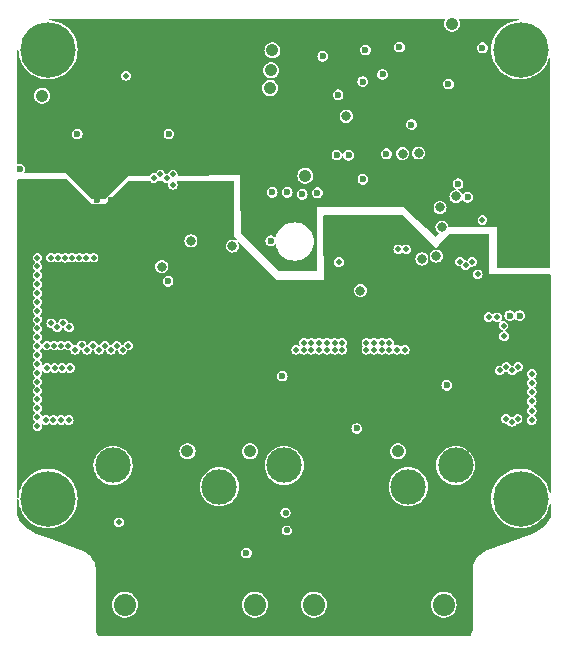
<source format=gbr>
%TF.GenerationSoftware,KiCad,Pcbnew,7.0.6*%
%TF.CreationDate,2023-08-06T04:21:23+10:00*%
%TF.ProjectId,controller,636f6e74-726f-46c6-9c65-722e6b696361,rev?*%
%TF.SameCoordinates,Original*%
%TF.FileFunction,Copper,L2,Inr*%
%TF.FilePolarity,Positive*%
%FSLAX46Y46*%
G04 Gerber Fmt 4.6, Leading zero omitted, Abs format (unit mm)*
G04 Created by KiCad (PCBNEW 7.0.6) date 2023-08-06 04:21:23*
%MOMM*%
%LPD*%
G01*
G04 APERTURE LIST*
%TA.AperFunction,ComponentPad*%
%ADD10C,1.050000*%
%TD*%
%TA.AperFunction,ComponentPad*%
%ADD11C,4.700000*%
%TD*%
%TA.AperFunction,ComponentPad*%
%ADD12C,3.000000*%
%TD*%
%TA.AperFunction,ComponentPad*%
%ADD13C,1.875000*%
%TD*%
%TA.AperFunction,ComponentPad*%
%ADD14C,0.600000*%
%TD*%
%TA.AperFunction,ViaPad*%
%ADD15C,0.600000*%
%TD*%
%TA.AperFunction,ViaPad*%
%ADD16C,0.508000*%
%TD*%
%TA.AperFunction,ViaPad*%
%ADD17C,0.800000*%
%TD*%
%TA.AperFunction,ViaPad*%
%ADD18C,0.553200*%
%TD*%
G04 APERTURE END LIST*
D10*
%TO.N,GND*%
%TO.C,DG2*%
X157060000Y-79430000D03*
%TD*%
D11*
%TO.N,N/C*%
%TO.C,M1*%
X128501100Y-81503600D03*
%TD*%
D12*
%TO.N,/SHC*%
%TO.C,C0*%
X163001100Y-116703600D03*
%TD*%
%TO.N,V+*%
%TO.C,J1*%
X159001100Y-118503600D03*
%TO.N,GND*%
X154001100Y-118503600D03*
D13*
%TO.N,N/C*%
X162001100Y-128503600D03*
X151001100Y-128503600D03*
%TD*%
D12*
%TO.N,V+*%
%TO.C,J2*%
X143001100Y-118503600D03*
%TO.N,GND*%
X138001100Y-118503600D03*
D13*
%TO.N,N/C*%
X146001100Y-128503600D03*
X135001100Y-128503600D03*
%TD*%
D12*
%TO.N,/SHB*%
%TO.C,B0*%
X148501100Y-116703600D03*
%TD*%
D10*
%TO.N,+3V3*%
%TO.C,TEMP1*%
X147490000Y-81570000D03*
%TD*%
%TO.N,/SHA*%
%TO.C,DA0*%
X140301100Y-115503600D03*
%TD*%
%TO.N,/DEBUG1*%
%TO.C,DBG1*%
X147400000Y-83250000D03*
%TD*%
D11*
%TO.N,N/C*%
%TO.C,M2*%
X168501100Y-81503600D03*
%TD*%
D10*
%TO.N,/SHC*%
%TO.C,DC0*%
X158101100Y-115503600D03*
%TD*%
D14*
%TO.N,GND*%
%TO.C,U1*%
X132650000Y-91720000D03*
X132650000Y-92920000D03*
X132650000Y-94220000D03*
X132650000Y-95320000D03*
X133850000Y-91720000D03*
X133850000Y-92920000D03*
X133850000Y-94220000D03*
X133850000Y-95320000D03*
%TD*%
D12*
%TO.N,/SHA*%
%TO.C,A0*%
X134001100Y-116703600D03*
%TD*%
D10*
%TO.N,/VTEMP_MOT*%
%TO.C,TEMP2*%
X162701100Y-79303600D03*
%TD*%
D11*
%TO.N,N/C*%
%TO.C,M3*%
X128501100Y-119503600D03*
%TD*%
D10*
%TO.N,/DEBUG2*%
%TO.C,DBG2*%
X147310000Y-84750000D03*
%TD*%
%TO.N,+3V3*%
%TO.C,D33*%
X128001100Y-85403600D03*
%TD*%
%TO.N,/DAC*%
%TO.C,DAC0*%
X150280000Y-92180000D03*
%TD*%
D11*
%TO.N,N/C*%
%TO.C,M4*%
X168501100Y-119503600D03*
%TD*%
D10*
%TO.N,/SHB*%
%TO.C,DB0*%
X145601100Y-115503600D03*
%TD*%
D15*
%TO.N,+3V3*%
X162400000Y-84420000D03*
X147360000Y-97670000D03*
D16*
X165276100Y-95913600D03*
D15*
X155150000Y-84200000D03*
D16*
X134501100Y-121503600D03*
D15*
X157150000Y-90310000D03*
X159260000Y-87840000D03*
X145288000Y-124104400D03*
X130960000Y-88640000D03*
X151750000Y-82060000D03*
X126084000Y-91603600D03*
X165270000Y-81340000D03*
D16*
X135101100Y-83703600D03*
D15*
%TO.N,/SHA*%
X153935776Y-90433364D03*
X138660000Y-101110000D03*
%TO.N,/SHB*%
X148330000Y-109140000D03*
X163209192Y-92849192D03*
%TO.N,/SHC*%
X164015000Y-93995000D03*
X162258886Y-109911386D03*
%TO.N,/VTEMP_FET*%
X155370000Y-81520000D03*
X154640000Y-113570000D03*
%TO.N,/AS5047_SDA*%
X153050736Y-85310734D03*
X150020000Y-93748900D03*
D16*
%TO.N,V+*%
X150151100Y-106903600D03*
X153401100Y-106903600D03*
X137463600Y-92358900D03*
X132301100Y-106553600D03*
X133801100Y-106903600D03*
X129701100Y-108453600D03*
X134801100Y-106903600D03*
X166530000Y-104150000D03*
X150801100Y-106903600D03*
X149501100Y-106903600D03*
X127601100Y-105853600D03*
X131751100Y-99103600D03*
X165790000Y-104130000D03*
X127601100Y-105103600D03*
X153120000Y-99480000D03*
X134301100Y-106553600D03*
X127601100Y-102103600D03*
X129590800Y-106553000D03*
X128301100Y-112853600D03*
X131343400Y-106527600D03*
X127601100Y-108103600D03*
X166751100Y-108653600D03*
X127601100Y-103603600D03*
X158140000Y-98400000D03*
X163347400Y-99441000D03*
X152751100Y-106303600D03*
X129001100Y-106553600D03*
X151451100Y-106303600D03*
X128751100Y-99103600D03*
X128951100Y-112853600D03*
X127601100Y-99853600D03*
X129351100Y-99103600D03*
X132351100Y-99103600D03*
X167251100Y-112753600D03*
X128776100Y-104668600D03*
X157401100Y-106903600D03*
X169451100Y-109703600D03*
X127601100Y-108853600D03*
X157401100Y-106303600D03*
X127601100Y-111853600D03*
X139060000Y-92070000D03*
X152101100Y-106303600D03*
X168301100Y-108353600D03*
X163851100Y-99753600D03*
X130351100Y-108453600D03*
X158701100Y-106903600D03*
X156751100Y-106303600D03*
X164401100Y-99453600D03*
X127601100Y-102853600D03*
X133301100Y-106553600D03*
X169451100Y-112853600D03*
X130276100Y-105018600D03*
X150801100Y-106303600D03*
X156101100Y-106903600D03*
X128401100Y-108453600D03*
X150164800Y-106299000D03*
X127601100Y-111103600D03*
X138013600Y-92058900D03*
X152101100Y-106903600D03*
X158810000Y-98410000D03*
X127601100Y-107353600D03*
X127601100Y-100603600D03*
X127601100Y-99103600D03*
X168251100Y-112753600D03*
X130801100Y-106903600D03*
X129776100Y-104668600D03*
X138563600Y-92408900D03*
X167751100Y-113003600D03*
X132801100Y-106903600D03*
X127601100Y-109603600D03*
X169451100Y-110453600D03*
X167101102Y-105753599D03*
X127601100Y-106603600D03*
X155451100Y-106903600D03*
X127601100Y-104353600D03*
X153401100Y-106303600D03*
X139060000Y-92930000D03*
X151451100Y-106903600D03*
X169451100Y-112053600D03*
X129276100Y-105018600D03*
X167060000Y-104860000D03*
X131151100Y-99103600D03*
X135301100Y-106553600D03*
X164871400Y-100507800D03*
X131801100Y-106903600D03*
X129051100Y-108453600D03*
X167801100Y-108653600D03*
X129971800Y-99110800D03*
X167301100Y-108353600D03*
X156743400Y-106908600D03*
X156101100Y-106303600D03*
X127601100Y-110353600D03*
X158051100Y-106903600D03*
X130251100Y-112853600D03*
X127601100Y-113353600D03*
X169451100Y-111253600D03*
X130200400Y-106553000D03*
X129601100Y-112853600D03*
X152751100Y-106903600D03*
X155451100Y-106303600D03*
X130551100Y-99103600D03*
X127601100Y-112603600D03*
X128397000Y-106553000D03*
X127601100Y-101353600D03*
X169451100Y-108953600D03*
D17*
%TO.N,/GLA*%
X159880000Y-90240000D03*
X140589997Y-97690006D03*
%TO.N,/GLB*%
X144111808Y-98121684D03*
X158520000Y-90310000D03*
%TO.N,/GLC*%
X161850000Y-96530000D03*
X161360000Y-98980000D03*
%TO.N,/GHA*%
X138130000Y-99880000D03*
X153740000Y-87130000D03*
%TO.N,/GHB*%
X163030676Y-93921259D03*
X154930000Y-101900000D03*
%TO.N,/GHC*%
X160150000Y-99220000D03*
X161689998Y-94850000D03*
D16*
%TO.N,GND*%
X126801100Y-87603600D03*
X133751100Y-103603600D03*
X135301100Y-102003600D03*
D15*
X164290000Y-104580000D03*
D16*
X165801100Y-79303600D03*
X157440000Y-103890000D03*
X129301100Y-100453600D03*
D15*
X148770000Y-82010000D03*
D16*
X137680000Y-95740000D03*
X166801100Y-109703600D03*
D15*
X169920000Y-103920000D03*
D16*
X134899400Y-101574600D03*
X145251100Y-104603600D03*
D15*
X162852209Y-90752371D03*
D16*
X133551100Y-102003600D03*
X150310000Y-103780000D03*
X130951100Y-100153600D03*
X134901100Y-103603600D03*
X129351100Y-103603600D03*
X129901100Y-103803600D03*
X153390000Y-103820000D03*
X163951100Y-98403600D03*
D15*
X148890000Y-83660000D03*
D16*
X152760000Y-103800000D03*
D15*
X128250000Y-90984659D03*
D16*
X167451100Y-109703600D03*
X135151100Y-100103600D03*
X130451100Y-103603600D03*
X129001100Y-114103600D03*
X152090000Y-103810000D03*
X168101100Y-109703600D03*
X147401100Y-103403600D03*
X139801100Y-83753600D03*
X146001100Y-102253600D03*
D15*
X142669998Y-90029999D03*
D16*
X156251100Y-101903600D03*
X134401100Y-102003600D03*
X149650000Y-103750000D03*
X128751100Y-100153600D03*
D15*
X152670000Y-96350000D03*
D16*
X147251100Y-102253600D03*
X147401100Y-102803600D03*
X131001100Y-103853600D03*
X133197600Y-103886000D03*
D15*
X166890000Y-94820000D03*
X141950000Y-90470000D03*
D16*
X133151100Y-100153600D03*
X164551100Y-102103600D03*
D15*
X156440000Y-85131100D03*
D16*
X132601100Y-100453600D03*
D15*
X143390000Y-89580000D03*
D18*
X146601100Y-120153600D03*
D16*
X137670000Y-94190000D03*
X130251100Y-114103600D03*
X129851100Y-100153600D03*
X132651100Y-103603600D03*
X151601100Y-117903600D03*
X168201100Y-114153600D03*
X131551100Y-103603600D03*
X142701100Y-104253600D03*
D15*
X141950000Y-89600000D03*
D16*
X162601100Y-97453600D03*
X138460000Y-94180000D03*
X156760000Y-103860000D03*
X163301100Y-98403600D03*
D15*
X156470000Y-86930000D03*
D16*
X155751100Y-101503600D03*
X134351100Y-103853600D03*
X163551100Y-101603600D03*
X129651100Y-114103600D03*
D15*
X154990000Y-86940000D03*
D16*
X156490000Y-99740000D03*
X137101100Y-121503600D03*
X129001100Y-109703600D03*
X132101100Y-103853600D03*
D15*
X165470000Y-94770000D03*
D16*
X135151100Y-100803600D03*
X163901100Y-102103600D03*
X131501100Y-100453600D03*
X145851100Y-104603600D03*
X132051100Y-100153600D03*
X156801100Y-101503600D03*
X157301100Y-101903600D03*
D15*
X154860000Y-88100000D03*
X157800000Y-92160000D03*
D16*
X130201100Y-109703600D03*
X157851100Y-101503600D03*
D15*
X158120000Y-86070000D03*
D16*
X150990000Y-103790000D03*
D15*
X156470000Y-88100000D03*
D16*
X166701100Y-113853600D03*
D15*
X157891452Y-85298548D03*
D16*
X129616200Y-109702600D03*
X133951100Y-101553600D03*
X164251100Y-101603600D03*
X143351100Y-103653600D03*
X128801100Y-103853600D03*
X138500000Y-95770000D03*
X167201100Y-114153600D03*
X146330000Y-101730000D03*
D15*
X143410000Y-90500000D03*
D16*
X156490000Y-100490000D03*
X142701100Y-103653600D03*
X143351100Y-104253600D03*
X157190000Y-100490000D03*
X130401100Y-100453600D03*
X134401100Y-100803600D03*
D15*
X154894265Y-85131100D03*
D16*
X143357600Y-105537000D03*
X146601100Y-102253600D03*
D15*
X158010000Y-88100000D03*
D16*
X167701100Y-113853600D03*
D15*
X166080000Y-86540000D03*
D16*
X134401100Y-100103600D03*
X163201100Y-102103600D03*
D15*
X147370000Y-86620000D03*
D16*
X143351100Y-106153600D03*
X157190000Y-99740000D03*
D15*
%TO.N,/CAN_P*%
X168440000Y-104012895D03*
D18*
X148701100Y-122203600D03*
%TO.N,/CAN_N*%
X148601100Y-120703600D03*
D15*
X167590000Y-104012895D03*
%TO.N,/AS5047_SCL*%
X148750000Y-93570000D03*
X155157516Y-92477411D03*
%TO.N,/AS5047_DIR*%
X152954618Y-90430676D03*
X138730000Y-88628900D03*
X147480000Y-93579998D03*
%TO.N,/AS5047_PGO*%
X156825735Y-83600000D03*
X151308499Y-93615758D03*
%TO.N,/VTEMP_MOT*%
X158250000Y-81280000D03*
%TD*%
%TA.AperFunction,Conductor*%
%TO.N,GND*%
G36*
X130172011Y-92494906D02*
G01*
X132203706Y-94526600D01*
X133348494Y-94526600D01*
X135230189Y-92644906D01*
X135274383Y-92626600D01*
X137129969Y-92626600D01*
X137174163Y-92644906D01*
X137221449Y-92692192D01*
X137336294Y-92750709D01*
X137463600Y-92770872D01*
X137590906Y-92750709D01*
X137705751Y-92692192D01*
X137753037Y-92644906D01*
X137797231Y-92626600D01*
X138180698Y-92626600D01*
X138224892Y-92644906D01*
X138229162Y-92649905D01*
X138230308Y-92651051D01*
X138321449Y-92742192D01*
X138436294Y-92800709D01*
X138563600Y-92820872D01*
X138582962Y-92817805D01*
X138629476Y-92828971D01*
X138654471Y-92869756D01*
X138654472Y-92889311D01*
X138648028Y-92929999D01*
X138668191Y-93057306D01*
X138668191Y-93057307D01*
X138721973Y-93162858D01*
X138726708Y-93172151D01*
X138817849Y-93263292D01*
X138932694Y-93321809D01*
X139060000Y-93341972D01*
X139187306Y-93321809D01*
X139302151Y-93263292D01*
X139393292Y-93172151D01*
X139451809Y-93057306D01*
X139471972Y-92930000D01*
X139451809Y-92802694D01*
X139408386Y-92717474D01*
X139404634Y-92669787D01*
X139435700Y-92633412D01*
X139464075Y-92626600D01*
X144165600Y-92626600D01*
X144209794Y-92644906D01*
X144228100Y-92689099D01*
X144228100Y-97300994D01*
X144469457Y-97542352D01*
X144469458Y-97542352D01*
X144487764Y-97586546D01*
X144469458Y-97630740D01*
X144425264Y-97649046D01*
X144394015Y-97640673D01*
X144390642Y-97638726D01*
X144256147Y-97583016D01*
X144256137Y-97583013D01*
X144111810Y-97564013D01*
X144111806Y-97564013D01*
X143967478Y-97583013D01*
X143967468Y-97583016D01*
X143832975Y-97638725D01*
X143832972Y-97638727D01*
X143717475Y-97727351D01*
X143628851Y-97842848D01*
X143628849Y-97842851D01*
X143573140Y-97977344D01*
X143573137Y-97977354D01*
X143554137Y-98121682D01*
X143554137Y-98121685D01*
X143573137Y-98266013D01*
X143573140Y-98266023D01*
X143628849Y-98400517D01*
X143628851Y-98400520D01*
X143717474Y-98516017D01*
X143806097Y-98584019D01*
X143832972Y-98604641D01*
X143967472Y-98660353D01*
X143967476Y-98660353D01*
X143967478Y-98660354D01*
X144111806Y-98679355D01*
X144111808Y-98679355D01*
X144111810Y-98679355D01*
X144256137Y-98660354D01*
X144256137Y-98660353D01*
X144256144Y-98660353D01*
X144390644Y-98604641D01*
X144506141Y-98516017D01*
X144594765Y-98400520D01*
X144650477Y-98266020D01*
X144663401Y-98167849D01*
X144669479Y-98121685D01*
X144669479Y-98121682D01*
X144650478Y-97977354D01*
X144650477Y-97977352D01*
X144650477Y-97977348D01*
X144594765Y-97842849D01*
X144594762Y-97842845D01*
X144592818Y-97839477D01*
X144586573Y-97792051D01*
X144615693Y-97754100D01*
X144663119Y-97747855D01*
X144691138Y-97764032D01*
X147903706Y-100976600D01*
X151824100Y-100976600D01*
X151822380Y-100507800D01*
X164459428Y-100507800D01*
X164479591Y-100635106D01*
X164479591Y-100635107D01*
X164538107Y-100749951D01*
X164538108Y-100749951D01*
X164629249Y-100841092D01*
X164744094Y-100899609D01*
X164871400Y-100919772D01*
X164998706Y-100899609D01*
X165113551Y-100841092D01*
X165204692Y-100749951D01*
X165263209Y-100635106D01*
X165283372Y-100507800D01*
X165263209Y-100380494D01*
X165204692Y-100265649D01*
X165113551Y-100174508D01*
X164998706Y-100115991D01*
X164871400Y-100095828D01*
X164744093Y-100115991D01*
X164744092Y-100115991D01*
X164629248Y-100174508D01*
X164538108Y-100265648D01*
X164479591Y-100380492D01*
X164479591Y-100380493D01*
X164459428Y-100507800D01*
X151822380Y-100507800D01*
X151818608Y-99480000D01*
X152708028Y-99480000D01*
X152728191Y-99607306D01*
X152728191Y-99607307D01*
X152776928Y-99702957D01*
X152786708Y-99722151D01*
X152877849Y-99813292D01*
X152992694Y-99871809D01*
X153120000Y-99891972D01*
X153247306Y-99871809D01*
X153362151Y-99813292D01*
X153453292Y-99722151D01*
X153511809Y-99607306D01*
X153531972Y-99480000D01*
X153511809Y-99352694D01*
X153453292Y-99237849D01*
X153435444Y-99220001D01*
X159592329Y-99220001D01*
X159611329Y-99364329D01*
X159611332Y-99364339D01*
X159667041Y-99498833D01*
X159667043Y-99498836D01*
X159755666Y-99614333D01*
X159844289Y-99682335D01*
X159871164Y-99702957D01*
X160005664Y-99758669D01*
X160005668Y-99758669D01*
X160005670Y-99758670D01*
X160149998Y-99777671D01*
X160150000Y-99777671D01*
X160150002Y-99777671D01*
X160294329Y-99758670D01*
X160294329Y-99758669D01*
X160294336Y-99758669D01*
X160428836Y-99702957D01*
X160544333Y-99614333D01*
X160632957Y-99498836D01*
X160688669Y-99364336D01*
X160707671Y-99220000D01*
X160706545Y-99211449D01*
X160688670Y-99075670D01*
X160688669Y-99075668D01*
X160688669Y-99075664D01*
X160649044Y-98980001D01*
X160802329Y-98980001D01*
X160821329Y-99124329D01*
X160821332Y-99124339D01*
X160877041Y-99258833D01*
X160877043Y-99258836D01*
X160965666Y-99374333D01*
X161052548Y-99440999D01*
X161081164Y-99462957D01*
X161215664Y-99518669D01*
X161215668Y-99518669D01*
X161215670Y-99518670D01*
X161359998Y-99537671D01*
X161360000Y-99537671D01*
X161360002Y-99537671D01*
X161504329Y-99518670D01*
X161504329Y-99518669D01*
X161504336Y-99518669D01*
X161638836Y-99462957D01*
X161667451Y-99441000D01*
X162935428Y-99441000D01*
X162944588Y-99498833D01*
X162955591Y-99568306D01*
X162955591Y-99568307D01*
X162979043Y-99614333D01*
X163014108Y-99683151D01*
X163105249Y-99774292D01*
X163220094Y-99832809D01*
X163347400Y-99852972D01*
X163392914Y-99845763D01*
X163439428Y-99856929D01*
X163458380Y-99879118D01*
X163459290Y-99880905D01*
X163459291Y-99880906D01*
X163517808Y-99995751D01*
X163608949Y-100086892D01*
X163723794Y-100145409D01*
X163851100Y-100165572D01*
X163978406Y-100145409D01*
X164093251Y-100086892D01*
X164184392Y-99995751D01*
X164241336Y-99883992D01*
X164277711Y-99852926D01*
X164306797Y-99850636D01*
X164401100Y-99865572D01*
X164528406Y-99845409D01*
X164643251Y-99786892D01*
X164734392Y-99695751D01*
X164792909Y-99580906D01*
X164813072Y-99453600D01*
X164792909Y-99326294D01*
X164734392Y-99211449D01*
X164643251Y-99120308D01*
X164528406Y-99061791D01*
X164401100Y-99041628D01*
X164273793Y-99061791D01*
X164273792Y-99061791D01*
X164158948Y-99120308D01*
X164067808Y-99211448D01*
X164010863Y-99323207D01*
X163974488Y-99354273D01*
X163945398Y-99356563D01*
X163896610Y-99348836D01*
X163851100Y-99341628D01*
X163851099Y-99341628D01*
X163851098Y-99341628D01*
X163805582Y-99348836D01*
X163759069Y-99337668D01*
X163740119Y-99315480D01*
X163711257Y-99258836D01*
X163680692Y-99198849D01*
X163589551Y-99107708D01*
X163474706Y-99049191D01*
X163347400Y-99029028D01*
X163220093Y-99049191D01*
X163220092Y-99049191D01*
X163105248Y-99107708D01*
X163014108Y-99198848D01*
X162955591Y-99313692D01*
X162955591Y-99313693D01*
X162936032Y-99437189D01*
X162935428Y-99441000D01*
X161667451Y-99441000D01*
X161754333Y-99374333D01*
X161842957Y-99258836D01*
X161898669Y-99124336D01*
X161909558Y-99041628D01*
X161917671Y-98980001D01*
X161917671Y-98979998D01*
X161898670Y-98835670D01*
X161898669Y-98835668D01*
X161898669Y-98835664D01*
X161850341Y-98718991D01*
X161842958Y-98701167D01*
X161842956Y-98701164D01*
X161834110Y-98689635D01*
X161754333Y-98585667D01*
X161754331Y-98585666D01*
X161754331Y-98585665D01*
X161638836Y-98497043D01*
X161638833Y-98497041D01*
X161504339Y-98441332D01*
X161504329Y-98441329D01*
X161360002Y-98422329D01*
X161359998Y-98422329D01*
X161215670Y-98441329D01*
X161215660Y-98441332D01*
X161081167Y-98497041D01*
X161081164Y-98497043D01*
X160965667Y-98585667D01*
X160877043Y-98701164D01*
X160877041Y-98701167D01*
X160821332Y-98835660D01*
X160821329Y-98835670D01*
X160802329Y-98979998D01*
X160802329Y-98980001D01*
X160649044Y-98980001D01*
X160632957Y-98941165D01*
X160544333Y-98825667D01*
X160544331Y-98825666D01*
X160544331Y-98825665D01*
X160428836Y-98737043D01*
X160428833Y-98737041D01*
X160294339Y-98681332D01*
X160294329Y-98681329D01*
X160150002Y-98662329D01*
X160149998Y-98662329D01*
X160005670Y-98681329D01*
X160005660Y-98681332D01*
X159871167Y-98737041D01*
X159871164Y-98737043D01*
X159755667Y-98825667D01*
X159667043Y-98941164D01*
X159667041Y-98941167D01*
X159611332Y-99075660D01*
X159611329Y-99075670D01*
X159592329Y-99219998D01*
X159592329Y-99220001D01*
X153435444Y-99220001D01*
X153362151Y-99146708D01*
X153247306Y-99088191D01*
X153120000Y-99068028D01*
X152992693Y-99088191D01*
X152992692Y-99088191D01*
X152877848Y-99146708D01*
X152786708Y-99237848D01*
X152728191Y-99352692D01*
X152728191Y-99352693D01*
X152708028Y-99480000D01*
X151818608Y-99480000D01*
X151814645Y-98400000D01*
X157728028Y-98400000D01*
X157748191Y-98527306D01*
X157748191Y-98527307D01*
X157787596Y-98604642D01*
X157806708Y-98642151D01*
X157897849Y-98733292D01*
X158012694Y-98791809D01*
X158140000Y-98811972D01*
X158267306Y-98791809D01*
X158382151Y-98733292D01*
X158425806Y-98689635D01*
X158469998Y-98671330D01*
X158514192Y-98689635D01*
X158567849Y-98743292D01*
X158682694Y-98801809D01*
X158810000Y-98821972D01*
X158937306Y-98801809D01*
X159052151Y-98743292D01*
X159143292Y-98652151D01*
X159201809Y-98537306D01*
X159221972Y-98410000D01*
X159201809Y-98282694D01*
X159143292Y-98167849D01*
X159052151Y-98076708D01*
X158937306Y-98018191D01*
X158810000Y-97998028D01*
X158682693Y-98018191D01*
X158682692Y-98018191D01*
X158567848Y-98076708D01*
X158524192Y-98120363D01*
X158479998Y-98138668D01*
X158435805Y-98120362D01*
X158382151Y-98066708D01*
X158267306Y-98008191D01*
X158140000Y-97988028D01*
X158012693Y-98008191D01*
X158012692Y-98008191D01*
X157897848Y-98066708D01*
X157806708Y-98157848D01*
X157748191Y-98272692D01*
X157748191Y-98272693D01*
X157728028Y-98400000D01*
X151814645Y-98400000D01*
X151804330Y-95589328D01*
X151822474Y-95545068D01*
X151866601Y-95526600D01*
X158524458Y-95526600D01*
X158568652Y-95544906D01*
X158572859Y-95549558D01*
X158574099Y-95551076D01*
X158574107Y-95551085D01*
X161350247Y-98274844D01*
X161350248Y-98274845D01*
X161509750Y-98115345D01*
X161600427Y-98018191D01*
X162460715Y-97096455D01*
X162504252Y-97076637D01*
X162506406Y-97076600D01*
X165765600Y-97076600D01*
X165809794Y-97094906D01*
X165828100Y-97139100D01*
X165828100Y-100526600D01*
X171015600Y-100526600D01*
X171059794Y-100544906D01*
X171078100Y-100589100D01*
X171078100Y-118994269D01*
X171059794Y-119038463D01*
X171015600Y-119056769D01*
X170971406Y-119038463D01*
X170954207Y-119005980D01*
X170930160Y-118879923D01*
X170832840Y-118580403D01*
X170832839Y-118580399D01*
X170698745Y-118295435D01*
X170698741Y-118295429D01*
X170698734Y-118295416D01*
X170529995Y-118029526D01*
X170529993Y-118029524D01*
X170329242Y-117786858D01*
X170213484Y-117678154D01*
X170099663Y-117571269D01*
X169844873Y-117386153D01*
X169844867Y-117386150D01*
X169844862Y-117386146D01*
X169657458Y-117283120D01*
X169568890Y-117234430D01*
X169568888Y-117234429D01*
X169568886Y-117234428D01*
X169276073Y-117118495D01*
X169276054Y-117118489D01*
X168971026Y-117040172D01*
X168971028Y-117040172D01*
X168721059Y-117008594D01*
X168658569Y-117000700D01*
X168343631Y-117000700D01*
X168281139Y-117008594D01*
X168031172Y-117040172D01*
X167726145Y-117118489D01*
X167726126Y-117118495D01*
X167433313Y-117234428D01*
X167433308Y-117234431D01*
X167157337Y-117386146D01*
X167157330Y-117386151D01*
X166902538Y-117571268D01*
X166672957Y-117786858D01*
X166472206Y-118029524D01*
X166472204Y-118029526D01*
X166303465Y-118295416D01*
X166303455Y-118295434D01*
X166169362Y-118580396D01*
X166169359Y-118580403D01*
X166072039Y-118879923D01*
X166013027Y-119189275D01*
X166013026Y-119189279D01*
X165993251Y-119503600D01*
X166013026Y-119817920D01*
X166013027Y-119817924D01*
X166072039Y-120127276D01*
X166169359Y-120426796D01*
X166169362Y-120426803D01*
X166303455Y-120711765D01*
X166303465Y-120711783D01*
X166472204Y-120977673D01*
X166472206Y-120977675D01*
X166566476Y-121091628D01*
X166672957Y-121220341D01*
X166902537Y-121435931D01*
X167157327Y-121621047D01*
X167157333Y-121621050D01*
X167157337Y-121621053D01*
X167175260Y-121630906D01*
X167433310Y-121772770D01*
X167497774Y-121798293D01*
X167726126Y-121888704D01*
X167726145Y-121888710D01*
X167952605Y-121946854D01*
X168031172Y-121967027D01*
X168031173Y-121967027D01*
X168031176Y-121967028D01*
X168343631Y-122006500D01*
X168343632Y-122006500D01*
X168658568Y-122006500D01*
X168658569Y-122006500D01*
X168971024Y-121967028D01*
X169081355Y-121938699D01*
X169276054Y-121888710D01*
X169276060Y-121888707D01*
X169276068Y-121888706D01*
X169568890Y-121772770D01*
X169844873Y-121621047D01*
X170099663Y-121435931D01*
X170329243Y-121220341D01*
X170529992Y-120977677D01*
X170544287Y-120955153D01*
X170698734Y-120711783D01*
X170698736Y-120711777D01*
X170698745Y-120711765D01*
X170832839Y-120426801D01*
X170930160Y-120127277D01*
X170954207Y-120001218D01*
X170980470Y-119961237D01*
X171027311Y-119951537D01*
X171067293Y-119977800D01*
X171078100Y-120012930D01*
X171078100Y-121024695D01*
X171069226Y-121056797D01*
X170930705Y-121288191D01*
X170929020Y-121290718D01*
X170743237Y-121542037D01*
X170741315Y-121544388D01*
X170532021Y-121776508D01*
X170529880Y-121778662D01*
X170299062Y-121989377D01*
X170296723Y-121991313D01*
X170046553Y-122178645D01*
X170044036Y-122180346D01*
X169776862Y-122342532D01*
X169774193Y-122343980D01*
X169492964Y-122479282D01*
X169490387Y-122480383D01*
X165515321Y-123971032D01*
X165513462Y-123970979D01*
X165490805Y-123980226D01*
X165484274Y-123982676D01*
X165482056Y-123983805D01*
X165391342Y-124020918D01*
X165391332Y-124020923D01*
X165203605Y-124128390D01*
X165203601Y-124128392D01*
X165031686Y-124259674D01*
X165031674Y-124259684D01*
X164878577Y-124412484D01*
X164878569Y-124412493D01*
X164746950Y-124584159D01*
X164639116Y-124771684D01*
X164639109Y-124771697D01*
X164556950Y-124971795D01*
X164556948Y-124971801D01*
X164501891Y-125180994D01*
X164474900Y-125395625D01*
X164475600Y-125503627D01*
X164475600Y-130502237D01*
X164475481Y-130504962D01*
X164461271Y-130667373D01*
X164459379Y-130678102D01*
X164418245Y-130831617D01*
X164414519Y-130841855D01*
X164347354Y-130985890D01*
X164341907Y-130995324D01*
X164265849Y-131103948D01*
X164225506Y-131129650D01*
X164214652Y-131130600D01*
X132787548Y-131130600D01*
X132743354Y-131112294D01*
X132736351Y-131103948D01*
X132660292Y-130995324D01*
X132654845Y-130985890D01*
X132632817Y-130938650D01*
X132587676Y-130841845D01*
X132583956Y-130831624D01*
X132542819Y-130678098D01*
X132540928Y-130667373D01*
X132534449Y-130593320D01*
X132526718Y-130504958D01*
X132526600Y-130502237D01*
X132526600Y-128503604D01*
X133906029Y-128503604D01*
X133924673Y-128704811D01*
X133924675Y-128704822D01*
X133979976Y-128899185D01*
X133979977Y-128899185D01*
X134070052Y-129080081D01*
X134191833Y-129241345D01*
X134279698Y-129321445D01*
X134341170Y-129377485D01*
X134341172Y-129377486D01*
X134512985Y-129483867D01*
X134701420Y-129556867D01*
X134900060Y-129594000D01*
X134900063Y-129594000D01*
X135102137Y-129594000D01*
X135102140Y-129594000D01*
X135300780Y-129556867D01*
X135489215Y-129483867D01*
X135661028Y-129377486D01*
X135810367Y-129241345D01*
X135932148Y-129080081D01*
X136022223Y-128899185D01*
X136077525Y-128704819D01*
X136096171Y-128503604D01*
X144906029Y-128503604D01*
X144924673Y-128704811D01*
X144924675Y-128704822D01*
X144979976Y-128899185D01*
X144979977Y-128899185D01*
X145070052Y-129080081D01*
X145191833Y-129241345D01*
X145279698Y-129321445D01*
X145341170Y-129377485D01*
X145341172Y-129377486D01*
X145512985Y-129483867D01*
X145701420Y-129556867D01*
X145900060Y-129594000D01*
X145900063Y-129594000D01*
X146102137Y-129594000D01*
X146102140Y-129594000D01*
X146300780Y-129556867D01*
X146489215Y-129483867D01*
X146661028Y-129377486D01*
X146810367Y-129241345D01*
X146932148Y-129080081D01*
X147022223Y-128899185D01*
X147077525Y-128704819D01*
X147096171Y-128503604D01*
X149906029Y-128503604D01*
X149924673Y-128704811D01*
X149924675Y-128704822D01*
X149979976Y-128899185D01*
X149979977Y-128899185D01*
X150070052Y-129080081D01*
X150191833Y-129241345D01*
X150279698Y-129321445D01*
X150341170Y-129377485D01*
X150341172Y-129377486D01*
X150512985Y-129483867D01*
X150701420Y-129556867D01*
X150900060Y-129594000D01*
X150900063Y-129594000D01*
X151102137Y-129594000D01*
X151102140Y-129594000D01*
X151300780Y-129556867D01*
X151489215Y-129483867D01*
X151661028Y-129377486D01*
X151810367Y-129241345D01*
X151932148Y-129080081D01*
X152022223Y-128899185D01*
X152077525Y-128704819D01*
X152096171Y-128503604D01*
X160906029Y-128503604D01*
X160924673Y-128704811D01*
X160924675Y-128704822D01*
X160979976Y-128899185D01*
X160979977Y-128899185D01*
X161070052Y-129080081D01*
X161191833Y-129241345D01*
X161279698Y-129321445D01*
X161341170Y-129377485D01*
X161341172Y-129377486D01*
X161512985Y-129483867D01*
X161701420Y-129556867D01*
X161900060Y-129594000D01*
X161900063Y-129594000D01*
X162102137Y-129594000D01*
X162102140Y-129594000D01*
X162300780Y-129556867D01*
X162489215Y-129483867D01*
X162661028Y-129377486D01*
X162810367Y-129241345D01*
X162932148Y-129080081D01*
X163022223Y-128899185D01*
X163077525Y-128704819D01*
X163096171Y-128503600D01*
X163077525Y-128302381D01*
X163022223Y-128108015D01*
X162932148Y-127927119D01*
X162810367Y-127765855D01*
X162729099Y-127691769D01*
X162661029Y-127629714D01*
X162489213Y-127523332D01*
X162300777Y-127450332D01*
X162102142Y-127413200D01*
X162102140Y-127413200D01*
X161900060Y-127413200D01*
X161900057Y-127413200D01*
X161701422Y-127450332D01*
X161512986Y-127523332D01*
X161341170Y-127629714D01*
X161191831Y-127765857D01*
X161191829Y-127765859D01*
X161070052Y-127927119D01*
X160979977Y-128108014D01*
X160924675Y-128302377D01*
X160924673Y-128302388D01*
X160906029Y-128503595D01*
X160906029Y-128503604D01*
X152096171Y-128503604D01*
X152096171Y-128503600D01*
X152077525Y-128302381D01*
X152022223Y-128108015D01*
X151932148Y-127927119D01*
X151810367Y-127765855D01*
X151729099Y-127691769D01*
X151661029Y-127629714D01*
X151489213Y-127523332D01*
X151300777Y-127450332D01*
X151102142Y-127413200D01*
X151102140Y-127413200D01*
X150900060Y-127413200D01*
X150900057Y-127413200D01*
X150701422Y-127450332D01*
X150512986Y-127523332D01*
X150341170Y-127629714D01*
X150191831Y-127765857D01*
X150191829Y-127765859D01*
X150070052Y-127927119D01*
X149979977Y-128108014D01*
X149924675Y-128302377D01*
X149924673Y-128302388D01*
X149906029Y-128503595D01*
X149906029Y-128503604D01*
X147096171Y-128503604D01*
X147096171Y-128503600D01*
X147077525Y-128302381D01*
X147022223Y-128108015D01*
X146932148Y-127927119D01*
X146810367Y-127765855D01*
X146729099Y-127691769D01*
X146661029Y-127629714D01*
X146489213Y-127523332D01*
X146300777Y-127450332D01*
X146102142Y-127413200D01*
X146102140Y-127413200D01*
X145900060Y-127413200D01*
X145900057Y-127413200D01*
X145701422Y-127450332D01*
X145512986Y-127523332D01*
X145341170Y-127629714D01*
X145191831Y-127765857D01*
X145191829Y-127765859D01*
X145070052Y-127927119D01*
X144979977Y-128108014D01*
X144924675Y-128302377D01*
X144924673Y-128302388D01*
X144906029Y-128503595D01*
X144906029Y-128503604D01*
X136096171Y-128503604D01*
X136096171Y-128503600D01*
X136077525Y-128302381D01*
X136022223Y-128108015D01*
X135932148Y-127927119D01*
X135810367Y-127765855D01*
X135729099Y-127691769D01*
X135661029Y-127629714D01*
X135489213Y-127523332D01*
X135300777Y-127450332D01*
X135102142Y-127413200D01*
X135102140Y-127413200D01*
X134900060Y-127413200D01*
X134900057Y-127413200D01*
X134701422Y-127450332D01*
X134512986Y-127523332D01*
X134341170Y-127629714D01*
X134191831Y-127765857D01*
X134191829Y-127765859D01*
X134070052Y-127927119D01*
X133979977Y-128108014D01*
X133924675Y-128302377D01*
X133924673Y-128302388D01*
X133906029Y-128503595D01*
X133906029Y-128503604D01*
X132526600Y-128503604D01*
X132526600Y-125498843D01*
X132527269Y-125395625D01*
X132500278Y-125180999D01*
X132445221Y-124971806D01*
X132363058Y-124771701D01*
X132255225Y-124584177D01*
X132123606Y-124412511D01*
X131970498Y-124259701D01*
X131798577Y-124128415D01*
X131798574Y-124128413D01*
X131798568Y-124128409D01*
X131756626Y-124104399D01*
X144830443Y-124104399D01*
X144848976Y-124233308D01*
X144864337Y-124266943D01*
X144903079Y-124351774D01*
X144988364Y-124450199D01*
X145097924Y-124520608D01*
X145097926Y-124520608D01*
X145097927Y-124520609D01*
X145222881Y-124557300D01*
X145222883Y-124557300D01*
X145353119Y-124557300D01*
X145449444Y-124529015D01*
X145478076Y-124520608D01*
X145587636Y-124450199D01*
X145672921Y-124351774D01*
X145727023Y-124233309D01*
X145745557Y-124104400D01*
X145727023Y-123975491D01*
X145672921Y-123857026D01*
X145587636Y-123758601D01*
X145478076Y-123688192D01*
X145478074Y-123688191D01*
X145478072Y-123688190D01*
X145353119Y-123651500D01*
X145353117Y-123651500D01*
X145222883Y-123651500D01*
X145222881Y-123651500D01*
X145097927Y-123688190D01*
X144988364Y-123758601D01*
X144903078Y-123857027D01*
X144848976Y-123975491D01*
X144830443Y-124104399D01*
X131756626Y-124104399D01*
X131610856Y-124020952D01*
X131610853Y-124020950D01*
X131610845Y-124020946D01*
X131572708Y-124005343D01*
X131520334Y-123983916D01*
X131517837Y-123982643D01*
X131510420Y-123979861D01*
X131496803Y-123974302D01*
X131493886Y-123973660D01*
X128308622Y-122779186D01*
X127512127Y-122480500D01*
X127509553Y-122479401D01*
X127228023Y-122343953D01*
X127225354Y-122342506D01*
X126996530Y-122203600D01*
X148267183Y-122203600D01*
X148284759Y-122325847D01*
X148284760Y-122325850D01*
X148336064Y-122438190D01*
X148336066Y-122438194D01*
X148416945Y-122531534D01*
X148433548Y-122542203D01*
X148440229Y-122546496D01*
X148443801Y-122549375D01*
X148443902Y-122549238D01*
X148447874Y-122552124D01*
X148447878Y-122552126D01*
X148447880Y-122552128D01*
X148451868Y-122554159D01*
X148454540Y-122555694D01*
X148520844Y-122598305D01*
X148530736Y-122601209D01*
X148556950Y-122608907D01*
X148567718Y-122613188D01*
X148567974Y-122613319D01*
X148574690Y-122614382D01*
X148578586Y-122615258D01*
X148611934Y-122625050D01*
X148639345Y-122633100D01*
X148639347Y-122633100D01*
X148687950Y-122633100D01*
X148697727Y-122633869D01*
X148701100Y-122634404D01*
X148704472Y-122633869D01*
X148714250Y-122633100D01*
X148762854Y-122633100D01*
X148772881Y-122630155D01*
X148823617Y-122615257D01*
X148827506Y-122614382D01*
X148834226Y-122613319D01*
X148834488Y-122613185D01*
X148845246Y-122608907D01*
X148881356Y-122598305D01*
X148947656Y-122555695D01*
X148950335Y-122554157D01*
X148954320Y-122552128D01*
X148954325Y-122552122D01*
X148958305Y-122549232D01*
X148958406Y-122549372D01*
X148961972Y-122546495D01*
X148985255Y-122531533D01*
X149066134Y-122438193D01*
X149117440Y-122325849D01*
X149135017Y-122203600D01*
X149117440Y-122081351D01*
X149066134Y-121969007D01*
X149066133Y-121969005D01*
X148985256Y-121875668D01*
X148985255Y-121875667D01*
X148961969Y-121860702D01*
X148958403Y-121857828D01*
X148958304Y-121857966D01*
X148954324Y-121855074D01*
X148954104Y-121854962D01*
X148950334Y-121853041D01*
X148947643Y-121851495D01*
X148921150Y-121834469D01*
X148881360Y-121808897D01*
X148881351Y-121808893D01*
X148845250Y-121798293D01*
X148834490Y-121794015D01*
X148834226Y-121793881D01*
X148834223Y-121793880D01*
X148834222Y-121793880D01*
X148834221Y-121793879D01*
X148827511Y-121792816D01*
X148823594Y-121791935D01*
X148762855Y-121774100D01*
X148762853Y-121774100D01*
X148714250Y-121774100D01*
X148704472Y-121773330D01*
X148701100Y-121772796D01*
X148697727Y-121773330D01*
X148687950Y-121774100D01*
X148639345Y-121774100D01*
X148578598Y-121791937D01*
X148574680Y-121792818D01*
X148574101Y-121792910D01*
X148567974Y-121793880D01*
X148567968Y-121793882D01*
X148567693Y-121794023D01*
X148556950Y-121798292D01*
X148520845Y-121808894D01*
X148454552Y-121851496D01*
X148451849Y-121853048D01*
X148447880Y-121855071D01*
X148443907Y-121857958D01*
X148443807Y-121857821D01*
X148440238Y-121860696D01*
X148416945Y-121875666D01*
X148416944Y-121875667D01*
X148336066Y-121969005D01*
X148336064Y-121969009D01*
X148284760Y-122081349D01*
X148284759Y-122081352D01*
X148267183Y-122203600D01*
X126996530Y-122203600D01*
X126958182Y-122180321D01*
X126955675Y-122178628D01*
X126825765Y-122081349D01*
X126705497Y-121991290D01*
X126703157Y-121989354D01*
X126622335Y-121915571D01*
X126472331Y-121778631D01*
X126470206Y-121776493D01*
X126468048Y-121774100D01*
X126400993Y-121699731D01*
X126260905Y-121544363D01*
X126258983Y-121542012D01*
X126230587Y-121503600D01*
X126073204Y-121290700D01*
X126071520Y-121288174D01*
X126028792Y-121216799D01*
X125910981Y-121020000D01*
X125909556Y-121017331D01*
X125880113Y-120955153D01*
X125874100Y-120928405D01*
X125874100Y-119598530D01*
X125892406Y-119554336D01*
X125936600Y-119536030D01*
X125980794Y-119554336D01*
X125998976Y-119594604D01*
X126003354Y-119664179D01*
X126013026Y-119817920D01*
X126013027Y-119817924D01*
X126072039Y-120127276D01*
X126169359Y-120426796D01*
X126169362Y-120426803D01*
X126303455Y-120711765D01*
X126303465Y-120711783D01*
X126472204Y-120977673D01*
X126472206Y-120977675D01*
X126566476Y-121091628D01*
X126672957Y-121220341D01*
X126902537Y-121435931D01*
X127157327Y-121621047D01*
X127157333Y-121621050D01*
X127157337Y-121621053D01*
X127175260Y-121630906D01*
X127433310Y-121772770D01*
X127497774Y-121798293D01*
X127726126Y-121888704D01*
X127726145Y-121888710D01*
X127952605Y-121946854D01*
X128031172Y-121967027D01*
X128031173Y-121967027D01*
X128031176Y-121967028D01*
X128343631Y-122006500D01*
X128343632Y-122006500D01*
X128658568Y-122006500D01*
X128658569Y-122006500D01*
X128971024Y-121967028D01*
X129081355Y-121938699D01*
X129276054Y-121888710D01*
X129276060Y-121888707D01*
X129276068Y-121888706D01*
X129568890Y-121772770D01*
X129844873Y-121621047D01*
X130006525Y-121503600D01*
X134089128Y-121503600D01*
X134095584Y-121544363D01*
X134109291Y-121630906D01*
X134109291Y-121630907D01*
X134167808Y-121745750D01*
X134167808Y-121745751D01*
X134258949Y-121836892D01*
X134373794Y-121895409D01*
X134501100Y-121915572D01*
X134628406Y-121895409D01*
X134743251Y-121836892D01*
X134834392Y-121745751D01*
X134892909Y-121630906D01*
X134913072Y-121503600D01*
X134892909Y-121376294D01*
X134834392Y-121261449D01*
X134743251Y-121170308D01*
X134628406Y-121111791D01*
X134501100Y-121091628D01*
X134501099Y-121091628D01*
X134373793Y-121111791D01*
X134373792Y-121111791D01*
X134258948Y-121170308D01*
X134167808Y-121261448D01*
X134109291Y-121376292D01*
X134109291Y-121376293D01*
X134099846Y-121435931D01*
X134089128Y-121503600D01*
X130006525Y-121503600D01*
X130099663Y-121435931D01*
X130329243Y-121220341D01*
X130529992Y-120977677D01*
X130544287Y-120955153D01*
X130698734Y-120711783D01*
X130698736Y-120711777D01*
X130698745Y-120711765D01*
X130702587Y-120703600D01*
X148167183Y-120703600D01*
X148184759Y-120825847D01*
X148184760Y-120825850D01*
X148236064Y-120938190D01*
X148236066Y-120938194D01*
X148316945Y-121031534D01*
X148333548Y-121042203D01*
X148340229Y-121046496D01*
X148343801Y-121049375D01*
X148343902Y-121049238D01*
X148347874Y-121052124D01*
X148347878Y-121052126D01*
X148347880Y-121052128D01*
X148351868Y-121054159D01*
X148354540Y-121055694D01*
X148420844Y-121098305D01*
X148430736Y-121101209D01*
X148456950Y-121108907D01*
X148467718Y-121113188D01*
X148467974Y-121113319D01*
X148474690Y-121114382D01*
X148478586Y-121115258D01*
X148511934Y-121125050D01*
X148539345Y-121133100D01*
X148539347Y-121133100D01*
X148587950Y-121133100D01*
X148597727Y-121133869D01*
X148601100Y-121134404D01*
X148604472Y-121133869D01*
X148614250Y-121133100D01*
X148662854Y-121133100D01*
X148672881Y-121130155D01*
X148723617Y-121115257D01*
X148727506Y-121114382D01*
X148734226Y-121113319D01*
X148734488Y-121113185D01*
X148745246Y-121108907D01*
X148781356Y-121098305D01*
X148847656Y-121055695D01*
X148850335Y-121054157D01*
X148854320Y-121052128D01*
X148854325Y-121052122D01*
X148858305Y-121049232D01*
X148858406Y-121049372D01*
X148861972Y-121046495D01*
X148885255Y-121031533D01*
X148966134Y-120938193D01*
X149017440Y-120825849D01*
X149035017Y-120703600D01*
X149017440Y-120581351D01*
X148966134Y-120469007D01*
X148966133Y-120469005D01*
X148885256Y-120375668D01*
X148885255Y-120375667D01*
X148861969Y-120360702D01*
X148858403Y-120357828D01*
X148858304Y-120357966D01*
X148854324Y-120355074D01*
X148854104Y-120354962D01*
X148850334Y-120353041D01*
X148847643Y-120351495D01*
X148821150Y-120334469D01*
X148781360Y-120308897D01*
X148781351Y-120308893D01*
X148745250Y-120298293D01*
X148734490Y-120294015D01*
X148734226Y-120293881D01*
X148734223Y-120293880D01*
X148734222Y-120293880D01*
X148734221Y-120293879D01*
X148727511Y-120292816D01*
X148723594Y-120291935D01*
X148662855Y-120274100D01*
X148662853Y-120274100D01*
X148614250Y-120274100D01*
X148604472Y-120273330D01*
X148601100Y-120272796D01*
X148597727Y-120273330D01*
X148587950Y-120274100D01*
X148539345Y-120274100D01*
X148478598Y-120291937D01*
X148474680Y-120292818D01*
X148474101Y-120292910D01*
X148467974Y-120293880D01*
X148467968Y-120293882D01*
X148467693Y-120294023D01*
X148456950Y-120298292D01*
X148420845Y-120308894D01*
X148354552Y-120351496D01*
X148351849Y-120353048D01*
X148347880Y-120355071D01*
X148343907Y-120357958D01*
X148343807Y-120357821D01*
X148340238Y-120360696D01*
X148316945Y-120375666D01*
X148316944Y-120375667D01*
X148236066Y-120469005D01*
X148236064Y-120469009D01*
X148184760Y-120581349D01*
X148184759Y-120581352D01*
X148167183Y-120703600D01*
X130702587Y-120703600D01*
X130832839Y-120426801D01*
X130930160Y-120127277D01*
X130989174Y-119817917D01*
X131008949Y-119503600D01*
X130989174Y-119189283D01*
X130930160Y-118879923D01*
X130832839Y-118580399D01*
X130796702Y-118503604D01*
X141343089Y-118503604D01*
X141363500Y-118762963D01*
X141363501Y-118762967D01*
X141363502Y-118762970D01*
X141424238Y-119015954D01*
X141523801Y-119256321D01*
X141523802Y-119256322D01*
X141659738Y-119478150D01*
X141659739Y-119478152D01*
X141659741Y-119478154D01*
X141681583Y-119503728D01*
X141828708Y-119675991D01*
X141948012Y-119777885D01*
X142026546Y-119844959D01*
X142248379Y-119980899D01*
X142488746Y-120080462D01*
X142741730Y-120141198D01*
X142741732Y-120141198D01*
X142741736Y-120141199D01*
X143001096Y-120161611D01*
X143001100Y-120161611D01*
X143001104Y-120161611D01*
X143260463Y-120141199D01*
X143260465Y-120141198D01*
X143260470Y-120141198D01*
X143513454Y-120080462D01*
X143753821Y-119980899D01*
X143975654Y-119844959D01*
X144173491Y-119675991D01*
X144342459Y-119478154D01*
X144478399Y-119256321D01*
X144577962Y-119015954D01*
X144638698Y-118762970D01*
X144653067Y-118580403D01*
X144659111Y-118503604D01*
X157343089Y-118503604D01*
X157363500Y-118762963D01*
X157363501Y-118762967D01*
X157363502Y-118762970D01*
X157424238Y-119015954D01*
X157523801Y-119256321D01*
X157523802Y-119256322D01*
X157659738Y-119478150D01*
X157659739Y-119478152D01*
X157659741Y-119478154D01*
X157681583Y-119503728D01*
X157828708Y-119675991D01*
X157948012Y-119777885D01*
X158026546Y-119844959D01*
X158248379Y-119980899D01*
X158488746Y-120080462D01*
X158741730Y-120141198D01*
X158741732Y-120141198D01*
X158741736Y-120141199D01*
X159001096Y-120161611D01*
X159001100Y-120161611D01*
X159001104Y-120161611D01*
X159260463Y-120141199D01*
X159260465Y-120141198D01*
X159260470Y-120141198D01*
X159513454Y-120080462D01*
X159753821Y-119980899D01*
X159975654Y-119844959D01*
X160173491Y-119675991D01*
X160342459Y-119478154D01*
X160478399Y-119256321D01*
X160577962Y-119015954D01*
X160638698Y-118762970D01*
X160653067Y-118580403D01*
X160659111Y-118503604D01*
X160659111Y-118503595D01*
X160638699Y-118244236D01*
X160638698Y-118244232D01*
X160623493Y-118180899D01*
X160577962Y-117991246D01*
X160478399Y-117750879D01*
X160342459Y-117529046D01*
X160275385Y-117450512D01*
X160173491Y-117331208D01*
X159975650Y-117162238D01*
X159776456Y-117040172D01*
X159753821Y-117026301D01*
X159513454Y-116926738D01*
X159513448Y-116926736D01*
X159513447Y-116926736D01*
X159260467Y-116866001D01*
X159260463Y-116866000D01*
X159001104Y-116845589D01*
X159001096Y-116845589D01*
X158741736Y-116866000D01*
X158741732Y-116866001D01*
X158488752Y-116926736D01*
X158488748Y-116926737D01*
X158488746Y-116926738D01*
X158248379Y-117026301D01*
X158248377Y-117026302D01*
X158026549Y-117162238D01*
X157828708Y-117331208D01*
X157659738Y-117529049D01*
X157523802Y-117750877D01*
X157424236Y-117991252D01*
X157363501Y-118244232D01*
X157363500Y-118244236D01*
X157343089Y-118503595D01*
X157343089Y-118503604D01*
X144659111Y-118503604D01*
X144659111Y-118503595D01*
X144638699Y-118244236D01*
X144638698Y-118244232D01*
X144623493Y-118180899D01*
X144577962Y-117991246D01*
X144478399Y-117750879D01*
X144342459Y-117529046D01*
X144275385Y-117450512D01*
X144173491Y-117331208D01*
X143975650Y-117162238D01*
X143776456Y-117040172D01*
X143753821Y-117026301D01*
X143513454Y-116926738D01*
X143513448Y-116926736D01*
X143513447Y-116926736D01*
X143260467Y-116866001D01*
X143260463Y-116866000D01*
X143001104Y-116845589D01*
X143001096Y-116845589D01*
X142741736Y-116866000D01*
X142741732Y-116866001D01*
X142488752Y-116926736D01*
X142488748Y-116926737D01*
X142488746Y-116926738D01*
X142248379Y-117026301D01*
X142248377Y-117026302D01*
X142026549Y-117162238D01*
X141828708Y-117331208D01*
X141659738Y-117529049D01*
X141523802Y-117750877D01*
X141424236Y-117991252D01*
X141363501Y-118244232D01*
X141363500Y-118244236D01*
X141343089Y-118503595D01*
X141343089Y-118503604D01*
X130796702Y-118503604D01*
X130698745Y-118295435D01*
X130698741Y-118295429D01*
X130698734Y-118295416D01*
X130529995Y-118029526D01*
X130529993Y-118029524D01*
X130329242Y-117786858D01*
X130213484Y-117678154D01*
X130099663Y-117571269D01*
X129844873Y-117386153D01*
X129844867Y-117386150D01*
X129844862Y-117386146D01*
X129657458Y-117283120D01*
X129568890Y-117234430D01*
X129568888Y-117234429D01*
X129568886Y-117234428D01*
X129276073Y-117118495D01*
X129276054Y-117118489D01*
X128971026Y-117040172D01*
X128971028Y-117040172D01*
X128721059Y-117008594D01*
X128658569Y-117000700D01*
X128343631Y-117000700D01*
X128281139Y-117008594D01*
X128031172Y-117040172D01*
X127726145Y-117118489D01*
X127726126Y-117118495D01*
X127433313Y-117234428D01*
X127433308Y-117234431D01*
X127157337Y-117386146D01*
X127157330Y-117386151D01*
X126902538Y-117571268D01*
X126672957Y-117786858D01*
X126472206Y-118029524D01*
X126472204Y-118029526D01*
X126303465Y-118295416D01*
X126303455Y-118295434D01*
X126169362Y-118580396D01*
X126169359Y-118580403D01*
X126072039Y-118879923D01*
X126013027Y-119189275D01*
X126013026Y-119189279D01*
X125998977Y-119412593D01*
X125977932Y-119455551D01*
X125932676Y-119471046D01*
X125889718Y-119450001D01*
X125874100Y-119408669D01*
X125874100Y-116703604D01*
X132343089Y-116703604D01*
X132363500Y-116962963D01*
X132363501Y-116962967D01*
X132411342Y-117162241D01*
X132424238Y-117215954D01*
X132523801Y-117456321D01*
X132523802Y-117456322D01*
X132659738Y-117678150D01*
X132828708Y-117875991D01*
X132948012Y-117977885D01*
X133026546Y-118044959D01*
X133248379Y-118180899D01*
X133488746Y-118280462D01*
X133741730Y-118341198D01*
X133741732Y-118341198D01*
X133741736Y-118341199D01*
X134001096Y-118361611D01*
X134001100Y-118361611D01*
X134001104Y-118361611D01*
X134260463Y-118341199D01*
X134260465Y-118341198D01*
X134260470Y-118341198D01*
X134513454Y-118280462D01*
X134753821Y-118180899D01*
X134975654Y-118044959D01*
X135173491Y-117875991D01*
X135342459Y-117678154D01*
X135478399Y-117456321D01*
X135577962Y-117215954D01*
X135638698Y-116962970D01*
X135647937Y-116845589D01*
X135659111Y-116703604D01*
X146843089Y-116703604D01*
X146863500Y-116962963D01*
X146863501Y-116962967D01*
X146911342Y-117162241D01*
X146924238Y-117215954D01*
X147023801Y-117456321D01*
X147023802Y-117456322D01*
X147159738Y-117678150D01*
X147328708Y-117875991D01*
X147448012Y-117977885D01*
X147526546Y-118044959D01*
X147748379Y-118180899D01*
X147988746Y-118280462D01*
X148241730Y-118341198D01*
X148241732Y-118341198D01*
X148241736Y-118341199D01*
X148501096Y-118361611D01*
X148501100Y-118361611D01*
X148501104Y-118361611D01*
X148760463Y-118341199D01*
X148760465Y-118341198D01*
X148760470Y-118341198D01*
X149013454Y-118280462D01*
X149253821Y-118180899D01*
X149475654Y-118044959D01*
X149673491Y-117875991D01*
X149842459Y-117678154D01*
X149978399Y-117456321D01*
X150077962Y-117215954D01*
X150138698Y-116962970D01*
X150147937Y-116845589D01*
X150159111Y-116703604D01*
X161343089Y-116703604D01*
X161363500Y-116962963D01*
X161363501Y-116962967D01*
X161411342Y-117162241D01*
X161424238Y-117215954D01*
X161523801Y-117456321D01*
X161523802Y-117456322D01*
X161659738Y-117678150D01*
X161828708Y-117875991D01*
X161948012Y-117977885D01*
X162026546Y-118044959D01*
X162248379Y-118180899D01*
X162488746Y-118280462D01*
X162741730Y-118341198D01*
X162741732Y-118341198D01*
X162741736Y-118341199D01*
X163001096Y-118361611D01*
X163001100Y-118361611D01*
X163001104Y-118361611D01*
X163260463Y-118341199D01*
X163260465Y-118341198D01*
X163260470Y-118341198D01*
X163513454Y-118280462D01*
X163753821Y-118180899D01*
X163975654Y-118044959D01*
X164173491Y-117875991D01*
X164342459Y-117678154D01*
X164478399Y-117456321D01*
X164577962Y-117215954D01*
X164638698Y-116962970D01*
X164647937Y-116845589D01*
X164659111Y-116703604D01*
X164659111Y-116703595D01*
X164638699Y-116444236D01*
X164638698Y-116444232D01*
X164577963Y-116191252D01*
X164577962Y-116191246D01*
X164478399Y-115950879D01*
X164342459Y-115729046D01*
X164275385Y-115650512D01*
X164173491Y-115531208D01*
X163975650Y-115362238D01*
X163845587Y-115282535D01*
X163753821Y-115226301D01*
X163513454Y-115126738D01*
X163513448Y-115126736D01*
X163513447Y-115126736D01*
X163260467Y-115066001D01*
X163260463Y-115066000D01*
X163001104Y-115045589D01*
X163001096Y-115045589D01*
X162741736Y-115066000D01*
X162741732Y-115066001D01*
X162488752Y-115126736D01*
X162488748Y-115126737D01*
X162488746Y-115126738D01*
X162248379Y-115226301D01*
X162248377Y-115226302D01*
X162026549Y-115362238D01*
X161828708Y-115531208D01*
X161659738Y-115729049D01*
X161523802Y-115950877D01*
X161523801Y-115950879D01*
X161428276Y-116181499D01*
X161424236Y-116191252D01*
X161363501Y-116444232D01*
X161363500Y-116444236D01*
X161343089Y-116703595D01*
X161343089Y-116703604D01*
X150159111Y-116703604D01*
X150159111Y-116703595D01*
X150138699Y-116444236D01*
X150138698Y-116444232D01*
X150077963Y-116191252D01*
X150077962Y-116191246D01*
X149978399Y-115950879D01*
X149842459Y-115729046D01*
X149775385Y-115650512D01*
X149673491Y-115531208D01*
X149641169Y-115503603D01*
X157418221Y-115503603D01*
X157438062Y-115667016D01*
X157438064Y-115667027D01*
X157496440Y-115820949D01*
X157589955Y-115956430D01*
X157589958Y-115956433D01*
X157713181Y-116065598D01*
X157858948Y-116142103D01*
X158018788Y-116181500D01*
X158183412Y-116181500D01*
X158343252Y-116142103D01*
X158489019Y-116065598D01*
X158612242Y-115956433D01*
X158705759Y-115820950D01*
X158764136Y-115667024D01*
X158783979Y-115503600D01*
X158764136Y-115340176D01*
X158764135Y-115340174D01*
X158764135Y-115340172D01*
X158705759Y-115186250D01*
X158612244Y-115050769D01*
X158612240Y-115050765D01*
X158489018Y-114941601D01*
X158343253Y-114865097D01*
X158183415Y-114825700D01*
X158183412Y-114825700D01*
X158018788Y-114825700D01*
X158018784Y-114825700D01*
X157858946Y-114865097D01*
X157713181Y-114941601D01*
X157589959Y-115050765D01*
X157589955Y-115050769D01*
X157496440Y-115186250D01*
X157438064Y-115340172D01*
X157438062Y-115340183D01*
X157418221Y-115503596D01*
X157418221Y-115503603D01*
X149641169Y-115503603D01*
X149475650Y-115362238D01*
X149345587Y-115282535D01*
X149253821Y-115226301D01*
X149013454Y-115126738D01*
X149013448Y-115126736D01*
X149013447Y-115126736D01*
X148760467Y-115066001D01*
X148760463Y-115066000D01*
X148501104Y-115045589D01*
X148501096Y-115045589D01*
X148241736Y-115066000D01*
X148241732Y-115066001D01*
X147988752Y-115126736D01*
X147988748Y-115126737D01*
X147988746Y-115126738D01*
X147748379Y-115226301D01*
X147748377Y-115226302D01*
X147526549Y-115362238D01*
X147328708Y-115531208D01*
X147159738Y-115729049D01*
X147023802Y-115950877D01*
X147023801Y-115950879D01*
X146928276Y-116181499D01*
X146924236Y-116191252D01*
X146863501Y-116444232D01*
X146863500Y-116444236D01*
X146843089Y-116703595D01*
X146843089Y-116703604D01*
X135659111Y-116703604D01*
X135659111Y-116703595D01*
X135638699Y-116444236D01*
X135638698Y-116444232D01*
X135577963Y-116191252D01*
X135577962Y-116191246D01*
X135478399Y-115950879D01*
X135342459Y-115729046D01*
X135275385Y-115650512D01*
X135173491Y-115531208D01*
X135141169Y-115503603D01*
X139618221Y-115503603D01*
X139638062Y-115667016D01*
X139638064Y-115667027D01*
X139696440Y-115820949D01*
X139789955Y-115956430D01*
X139789958Y-115956433D01*
X139913181Y-116065598D01*
X140058948Y-116142103D01*
X140218788Y-116181500D01*
X140383412Y-116181500D01*
X140543252Y-116142103D01*
X140689019Y-116065598D01*
X140812242Y-115956433D01*
X140905759Y-115820950D01*
X140964136Y-115667024D01*
X140983979Y-115503603D01*
X144918221Y-115503603D01*
X144938062Y-115667016D01*
X144938064Y-115667027D01*
X144996440Y-115820949D01*
X145089955Y-115956430D01*
X145089958Y-115956433D01*
X145213181Y-116065598D01*
X145358948Y-116142103D01*
X145518788Y-116181500D01*
X145683412Y-116181500D01*
X145843252Y-116142103D01*
X145989019Y-116065598D01*
X146112242Y-115956433D01*
X146205759Y-115820950D01*
X146264136Y-115667024D01*
X146283979Y-115503600D01*
X146264136Y-115340176D01*
X146264135Y-115340174D01*
X146264135Y-115340172D01*
X146205759Y-115186250D01*
X146112244Y-115050769D01*
X146112240Y-115050765D01*
X145989018Y-114941601D01*
X145843253Y-114865097D01*
X145683415Y-114825700D01*
X145683412Y-114825700D01*
X145518788Y-114825700D01*
X145518784Y-114825700D01*
X145358946Y-114865097D01*
X145213181Y-114941601D01*
X145089959Y-115050765D01*
X145089955Y-115050769D01*
X144996440Y-115186250D01*
X144938064Y-115340172D01*
X144938062Y-115340183D01*
X144918221Y-115503596D01*
X144918221Y-115503603D01*
X140983979Y-115503603D01*
X140983979Y-115503600D01*
X140964136Y-115340176D01*
X140964135Y-115340174D01*
X140964135Y-115340172D01*
X140905759Y-115186250D01*
X140812244Y-115050769D01*
X140812240Y-115050765D01*
X140689018Y-114941601D01*
X140543253Y-114865097D01*
X140383415Y-114825700D01*
X140383412Y-114825700D01*
X140218788Y-114825700D01*
X140218784Y-114825700D01*
X140058946Y-114865097D01*
X139913181Y-114941601D01*
X139789959Y-115050765D01*
X139789955Y-115050769D01*
X139696440Y-115186250D01*
X139638064Y-115340172D01*
X139638062Y-115340183D01*
X139618221Y-115503596D01*
X139618221Y-115503603D01*
X135141169Y-115503603D01*
X134975650Y-115362238D01*
X134845587Y-115282535D01*
X134753821Y-115226301D01*
X134513454Y-115126738D01*
X134513448Y-115126736D01*
X134513447Y-115126736D01*
X134260467Y-115066001D01*
X134260463Y-115066000D01*
X134001104Y-115045589D01*
X134001096Y-115045589D01*
X133741736Y-115066000D01*
X133741732Y-115066001D01*
X133488752Y-115126736D01*
X133488748Y-115126737D01*
X133488746Y-115126738D01*
X133248379Y-115226301D01*
X133248377Y-115226302D01*
X133026549Y-115362238D01*
X132828708Y-115531208D01*
X132659738Y-115729049D01*
X132523802Y-115950877D01*
X132523801Y-115950879D01*
X132428276Y-116181499D01*
X132424236Y-116191252D01*
X132363501Y-116444232D01*
X132363500Y-116444236D01*
X132343089Y-116703595D01*
X132343089Y-116703604D01*
X125874100Y-116703604D01*
X125874100Y-113353600D01*
X127189128Y-113353600D01*
X127209291Y-113480906D01*
X127209291Y-113480907D01*
X127254687Y-113570000D01*
X127267808Y-113595751D01*
X127358949Y-113686892D01*
X127473794Y-113745409D01*
X127601100Y-113765572D01*
X127728406Y-113745409D01*
X127843251Y-113686892D01*
X127934392Y-113595751D01*
X127947513Y-113569999D01*
X154182443Y-113569999D01*
X154200976Y-113698908D01*
X154222213Y-113745409D01*
X154255079Y-113817374D01*
X154340364Y-113915799D01*
X154449924Y-113986208D01*
X154449926Y-113986208D01*
X154449927Y-113986209D01*
X154574881Y-114022900D01*
X154574883Y-114022900D01*
X154705119Y-114022900D01*
X154801444Y-113994615D01*
X154830076Y-113986208D01*
X154939636Y-113915799D01*
X155024921Y-113817374D01*
X155079023Y-113698909D01*
X155097557Y-113570000D01*
X155079023Y-113441091D01*
X155024921Y-113322626D01*
X154939636Y-113224201D01*
X154830076Y-113153792D01*
X154830074Y-113153791D01*
X154830072Y-113153790D01*
X154705119Y-113117100D01*
X154705117Y-113117100D01*
X154574883Y-113117100D01*
X154574881Y-113117100D01*
X154449927Y-113153790D01*
X154340364Y-113224201D01*
X154255078Y-113322627D01*
X154200976Y-113441091D01*
X154182443Y-113569999D01*
X127947513Y-113569999D01*
X127992909Y-113480906D01*
X128013072Y-113353600D01*
X127999511Y-113267981D01*
X128010678Y-113221470D01*
X128051465Y-113196475D01*
X128089616Y-113202517D01*
X128173794Y-113245409D01*
X128301100Y-113265572D01*
X128428406Y-113245409D01*
X128543251Y-113186892D01*
X128581906Y-113148236D01*
X128626100Y-113129931D01*
X128670294Y-113148236D01*
X128708949Y-113186892D01*
X128823794Y-113245409D01*
X128951100Y-113265572D01*
X129078406Y-113245409D01*
X129193251Y-113186892D01*
X129231906Y-113148236D01*
X129276100Y-113129931D01*
X129320294Y-113148236D01*
X129358949Y-113186892D01*
X129473794Y-113245409D01*
X129601100Y-113265572D01*
X129728406Y-113245409D01*
X129843251Y-113186892D01*
X129881905Y-113148237D01*
X129926100Y-113129931D01*
X129970294Y-113148236D01*
X130008949Y-113186892D01*
X130123794Y-113245409D01*
X130251100Y-113265572D01*
X130378406Y-113245409D01*
X130493251Y-113186892D01*
X130584392Y-113095751D01*
X130642909Y-112980906D01*
X130663072Y-112853600D01*
X130647234Y-112753600D01*
X166839128Y-112753600D01*
X166859291Y-112880906D01*
X166859291Y-112880907D01*
X166917808Y-112995750D01*
X166917808Y-112995751D01*
X167008949Y-113086892D01*
X167123794Y-113145409D01*
X167251100Y-113165572D01*
X167251101Y-113165571D01*
X167251103Y-113165572D01*
X167322706Y-113154231D01*
X167369219Y-113165397D01*
X167388171Y-113187586D01*
X167417808Y-113245751D01*
X167508949Y-113336892D01*
X167623794Y-113395409D01*
X167751100Y-113415572D01*
X167878406Y-113395409D01*
X167993251Y-113336892D01*
X168084392Y-113245751D01*
X168114027Y-113187587D01*
X168150400Y-113156520D01*
X168179490Y-113154230D01*
X168251100Y-113165572D01*
X168378406Y-113145409D01*
X168493251Y-113086892D01*
X168584392Y-112995751D01*
X168642909Y-112880906D01*
X168647234Y-112853600D01*
X169039128Y-112853600D01*
X169059291Y-112980906D01*
X169059291Y-112980907D01*
X169080634Y-113022794D01*
X169117808Y-113095751D01*
X169208949Y-113186892D01*
X169323794Y-113245409D01*
X169451100Y-113265572D01*
X169578406Y-113245409D01*
X169693251Y-113186892D01*
X169784392Y-113095751D01*
X169842909Y-112980906D01*
X169863072Y-112853600D01*
X169842909Y-112726294D01*
X169784392Y-112611449D01*
X169693251Y-112520308D01*
X169693250Y-112520308D01*
X169693250Y-112520307D01*
X169671623Y-112509288D01*
X169640556Y-112472914D01*
X169644309Y-112425226D01*
X169671623Y-112397912D01*
X169671627Y-112397910D01*
X169693251Y-112386892D01*
X169784392Y-112295751D01*
X169842909Y-112180906D01*
X169863072Y-112053600D01*
X169842909Y-111926294D01*
X169784392Y-111811449D01*
X169693251Y-111720308D01*
X169693250Y-111720308D01*
X169693250Y-111720307D01*
X169671623Y-111709288D01*
X169640556Y-111672914D01*
X169644309Y-111625226D01*
X169671623Y-111597912D01*
X169671627Y-111597910D01*
X169693251Y-111586892D01*
X169784392Y-111495751D01*
X169842909Y-111380906D01*
X169863072Y-111253600D01*
X169842909Y-111126294D01*
X169784392Y-111011449D01*
X169693251Y-110920308D01*
X169693250Y-110920308D01*
X169693250Y-110920307D01*
X169671623Y-110909288D01*
X169640556Y-110872914D01*
X169644309Y-110825226D01*
X169671623Y-110797912D01*
X169671627Y-110797910D01*
X169693251Y-110786892D01*
X169784392Y-110695751D01*
X169842909Y-110580906D01*
X169863072Y-110453600D01*
X169842909Y-110326294D01*
X169784392Y-110211449D01*
X169695737Y-110122794D01*
X169677431Y-110078600D01*
X169695737Y-110034406D01*
X169709835Y-110020308D01*
X169784392Y-109945751D01*
X169842909Y-109830906D01*
X169863072Y-109703600D01*
X169842909Y-109576294D01*
X169784392Y-109461449D01*
X169695737Y-109372793D01*
X169677431Y-109328600D01*
X169695737Y-109284406D01*
X169711235Y-109268908D01*
X169784392Y-109195751D01*
X169842909Y-109080906D01*
X169863072Y-108953600D01*
X169842909Y-108826294D01*
X169784392Y-108711449D01*
X169693251Y-108620308D01*
X169578406Y-108561791D01*
X169451100Y-108541628D01*
X169451099Y-108541628D01*
X169323793Y-108561791D01*
X169323792Y-108561791D01*
X169208948Y-108620308D01*
X169117808Y-108711448D01*
X169059291Y-108826292D01*
X169059291Y-108826293D01*
X169039128Y-108953600D01*
X169059291Y-109080906D01*
X169059291Y-109080907D01*
X169117808Y-109195751D01*
X169206463Y-109284406D01*
X169224769Y-109328600D01*
X169206463Y-109372794D01*
X169117808Y-109461448D01*
X169059291Y-109576292D01*
X169059291Y-109576293D01*
X169039128Y-109703600D01*
X169059291Y-109830906D01*
X169059291Y-109830907D01*
X169117808Y-109945751D01*
X169206463Y-110034406D01*
X169224769Y-110078600D01*
X169206463Y-110122794D01*
X169117808Y-110211448D01*
X169059291Y-110326292D01*
X169059291Y-110326293D01*
X169039128Y-110453600D01*
X169059291Y-110580906D01*
X169059291Y-110580907D01*
X169066855Y-110595751D01*
X169117808Y-110695751D01*
X169208949Y-110786892D01*
X169230576Y-110797911D01*
X169261643Y-110834284D01*
X169257891Y-110881972D01*
X169230579Y-110909286D01*
X169208948Y-110920308D01*
X169117808Y-111011448D01*
X169059291Y-111126292D01*
X169059291Y-111126293D01*
X169039128Y-111253600D01*
X169059291Y-111380906D01*
X169059291Y-111380907D01*
X169109069Y-111478600D01*
X169117808Y-111495751D01*
X169208949Y-111586892D01*
X169230576Y-111597911D01*
X169261643Y-111634284D01*
X169257891Y-111681972D01*
X169230579Y-111709286D01*
X169208948Y-111720308D01*
X169117808Y-111811448D01*
X169059291Y-111926292D01*
X169059291Y-111926293D01*
X169039128Y-112053600D01*
X169059291Y-112180906D01*
X169059291Y-112180907D01*
X169104844Y-112270308D01*
X169117808Y-112295751D01*
X169208949Y-112386892D01*
X169230576Y-112397911D01*
X169261643Y-112434284D01*
X169257891Y-112481972D01*
X169230579Y-112509286D01*
X169208948Y-112520308D01*
X169117808Y-112611448D01*
X169059291Y-112726292D01*
X169059291Y-112726293D01*
X169039128Y-112853600D01*
X168647234Y-112853600D01*
X168663072Y-112753600D01*
X168642909Y-112626294D01*
X168584392Y-112511449D01*
X168493251Y-112420308D01*
X168378406Y-112361791D01*
X168251100Y-112341628D01*
X168251099Y-112341628D01*
X168123793Y-112361791D01*
X168123792Y-112361791D01*
X168008948Y-112420308D01*
X167917807Y-112511449D01*
X167888170Y-112569613D01*
X167851795Y-112600678D01*
X167822707Y-112602968D01*
X167751100Y-112591628D01*
X167679491Y-112602969D01*
X167632978Y-112591801D01*
X167614028Y-112569613D01*
X167584392Y-112511449D01*
X167493251Y-112420308D01*
X167378406Y-112361791D01*
X167251100Y-112341628D01*
X167251099Y-112341628D01*
X167123793Y-112361791D01*
X167123792Y-112361791D01*
X167008948Y-112420308D01*
X166917808Y-112511448D01*
X166859291Y-112626292D01*
X166859291Y-112626293D01*
X166839128Y-112753600D01*
X130647234Y-112753600D01*
X130642909Y-112726294D01*
X130584392Y-112611449D01*
X130493251Y-112520308D01*
X130378406Y-112461791D01*
X130251100Y-112441628D01*
X130123793Y-112461791D01*
X130123792Y-112461791D01*
X130008948Y-112520308D01*
X129970294Y-112558963D01*
X129926100Y-112577269D01*
X129881906Y-112558963D01*
X129843251Y-112520308D01*
X129728406Y-112461791D01*
X129601100Y-112441628D01*
X129473793Y-112461791D01*
X129473792Y-112461791D01*
X129358948Y-112520308D01*
X129320294Y-112558963D01*
X129276100Y-112577269D01*
X129231906Y-112558963D01*
X129193251Y-112520308D01*
X129078406Y-112461791D01*
X129026689Y-112453600D01*
X128951100Y-112441628D01*
X128951099Y-112441628D01*
X128823793Y-112461791D01*
X128823792Y-112461791D01*
X128708948Y-112520308D01*
X128670294Y-112558963D01*
X128626100Y-112577269D01*
X128581906Y-112558963D01*
X128543251Y-112520308D01*
X128428406Y-112461791D01*
X128301100Y-112441628D01*
X128173793Y-112461791D01*
X128173789Y-112461792D01*
X128079760Y-112509703D01*
X128032072Y-112513456D01*
X127995698Y-112482389D01*
X127994326Y-112479076D01*
X127992909Y-112476295D01*
X127992909Y-112476294D01*
X127934392Y-112361449D01*
X127845737Y-112272794D01*
X127827431Y-112228600D01*
X127845737Y-112184406D01*
X127849237Y-112180906D01*
X127934392Y-112095751D01*
X127992909Y-111980906D01*
X128013072Y-111853600D01*
X127992909Y-111726294D01*
X127934392Y-111611449D01*
X127909834Y-111586891D01*
X127845737Y-111522793D01*
X127827431Y-111478599D01*
X127845736Y-111434406D01*
X127934392Y-111345751D01*
X127992909Y-111230906D01*
X128013072Y-111103600D01*
X127992909Y-110976294D01*
X127934392Y-110861449D01*
X127845737Y-110772794D01*
X127827431Y-110728600D01*
X127845737Y-110684406D01*
X127845736Y-110684406D01*
X127934392Y-110595751D01*
X127992909Y-110480906D01*
X128013072Y-110353600D01*
X127992909Y-110226294D01*
X127934392Y-110111449D01*
X127845736Y-110022793D01*
X127827431Y-109978600D01*
X127845737Y-109934406D01*
X127868758Y-109911385D01*
X161801329Y-109911385D01*
X161819862Y-110040294D01*
X161873964Y-110158758D01*
X161873965Y-110158760D01*
X161959250Y-110257185D01*
X162068810Y-110327594D01*
X162068812Y-110327594D01*
X162068813Y-110327595D01*
X162193767Y-110364286D01*
X162193769Y-110364286D01*
X162324005Y-110364286D01*
X162420330Y-110336001D01*
X162448962Y-110327594D01*
X162558522Y-110257185D01*
X162643807Y-110158760D01*
X162697909Y-110040295D01*
X162716443Y-109911386D01*
X162697909Y-109782477D01*
X162643807Y-109664012D01*
X162558522Y-109565587D01*
X162448962Y-109495178D01*
X162448960Y-109495177D01*
X162448958Y-109495176D01*
X162324005Y-109458486D01*
X162324003Y-109458486D01*
X162193769Y-109458486D01*
X162193767Y-109458486D01*
X162068813Y-109495176D01*
X161959250Y-109565587D01*
X161873964Y-109664013D01*
X161819862Y-109782477D01*
X161801329Y-109911385D01*
X127868758Y-109911385D01*
X127934392Y-109845751D01*
X127992909Y-109730906D01*
X128013072Y-109603600D01*
X127992909Y-109476294D01*
X127934392Y-109361449D01*
X127845737Y-109272794D01*
X127827431Y-109228600D01*
X127845737Y-109184406D01*
X127845737Y-109184405D01*
X127890143Y-109140000D01*
X147872443Y-109140000D01*
X147890976Y-109268908D01*
X147918237Y-109328600D01*
X147945079Y-109387374D01*
X148030364Y-109485799D01*
X148139924Y-109556208D01*
X148139926Y-109556208D01*
X148139927Y-109556209D01*
X148264881Y-109592900D01*
X148264883Y-109592900D01*
X148395119Y-109592900D01*
X148491444Y-109564615D01*
X148520076Y-109556208D01*
X148629636Y-109485799D01*
X148714921Y-109387374D01*
X148769023Y-109268909D01*
X148787557Y-109140000D01*
X148769023Y-109011091D01*
X148714921Y-108892626D01*
X148629636Y-108794201D01*
X148520076Y-108723792D01*
X148520074Y-108723791D01*
X148520072Y-108723790D01*
X148395119Y-108687100D01*
X148395117Y-108687100D01*
X148264883Y-108687100D01*
X148264881Y-108687100D01*
X148139927Y-108723790D01*
X148030364Y-108794201D01*
X147945078Y-108892627D01*
X147890976Y-109011091D01*
X147872443Y-109140000D01*
X127890143Y-109140000D01*
X127934392Y-109095751D01*
X127992909Y-108980906D01*
X128013072Y-108853600D01*
X128003156Y-108790993D01*
X128014322Y-108744481D01*
X128055108Y-108719487D01*
X128101622Y-108730653D01*
X128109080Y-108737023D01*
X128158949Y-108786892D01*
X128273794Y-108845409D01*
X128401100Y-108865572D01*
X128528406Y-108845409D01*
X128643251Y-108786892D01*
X128681905Y-108748237D01*
X128726100Y-108729931D01*
X128770294Y-108748236D01*
X128808949Y-108786892D01*
X128923794Y-108845409D01*
X129051100Y-108865572D01*
X129178406Y-108845409D01*
X129293251Y-108786892D01*
X129331905Y-108748237D01*
X129376100Y-108729931D01*
X129420294Y-108748236D01*
X129458949Y-108786892D01*
X129573794Y-108845409D01*
X129701100Y-108865572D01*
X129828406Y-108845409D01*
X129943251Y-108786892D01*
X129981906Y-108748236D01*
X130026100Y-108729931D01*
X130070294Y-108748236D01*
X130108949Y-108786892D01*
X130223794Y-108845409D01*
X130351100Y-108865572D01*
X130478406Y-108845409D01*
X130593251Y-108786892D01*
X130684392Y-108695751D01*
X130705869Y-108653600D01*
X166339128Y-108653600D01*
X166355657Y-108757964D01*
X166359291Y-108780906D01*
X166359291Y-108780907D01*
X166392157Y-108845409D01*
X166417808Y-108895751D01*
X166508949Y-108986892D01*
X166623794Y-109045409D01*
X166751100Y-109065572D01*
X166878406Y-109045409D01*
X166993251Y-108986892D01*
X167084392Y-108895751D01*
X167141336Y-108783992D01*
X167177711Y-108752926D01*
X167206797Y-108750636D01*
X167301100Y-108765572D01*
X167349133Y-108757964D01*
X167395646Y-108769131D01*
X167414597Y-108791320D01*
X167442157Y-108845408D01*
X167467808Y-108895751D01*
X167558949Y-108986892D01*
X167673794Y-109045409D01*
X167801100Y-109065572D01*
X167928406Y-109045409D01*
X168043251Y-108986892D01*
X168134392Y-108895751D01*
X168187603Y-108791319D01*
X168223975Y-108760254D01*
X168253064Y-108757964D01*
X168301100Y-108765572D01*
X168428406Y-108745409D01*
X168543251Y-108686892D01*
X168634392Y-108595751D01*
X168692909Y-108480906D01*
X168713072Y-108353600D01*
X168692909Y-108226294D01*
X168634392Y-108111449D01*
X168543251Y-108020308D01*
X168428406Y-107961791D01*
X168301100Y-107941628D01*
X168173793Y-107961791D01*
X168173792Y-107961791D01*
X168058948Y-108020308D01*
X167967808Y-108111448D01*
X167914597Y-108215879D01*
X167878222Y-108246945D01*
X167849133Y-108249235D01*
X167801100Y-108241628D01*
X167753066Y-108249235D01*
X167706552Y-108238067D01*
X167687602Y-108215879D01*
X167685345Y-108211449D01*
X167634392Y-108111449D01*
X167543251Y-108020308D01*
X167428406Y-107961791D01*
X167301100Y-107941628D01*
X167173793Y-107961791D01*
X167173792Y-107961791D01*
X167058948Y-108020308D01*
X166967808Y-108111448D01*
X166910863Y-108223207D01*
X166874488Y-108254273D01*
X166845398Y-108256563D01*
X166751100Y-108241628D01*
X166623793Y-108261791D01*
X166623792Y-108261791D01*
X166508948Y-108320308D01*
X166417808Y-108411448D01*
X166359291Y-108526292D01*
X166359291Y-108526293D01*
X166359290Y-108526294D01*
X166359291Y-108526294D01*
X166339128Y-108653600D01*
X130705869Y-108653600D01*
X130742909Y-108580906D01*
X130763072Y-108453600D01*
X130742909Y-108326294D01*
X130684392Y-108211449D01*
X130593251Y-108120308D01*
X130478406Y-108061791D01*
X130351100Y-108041628D01*
X130351099Y-108041628D01*
X130223793Y-108061791D01*
X130223792Y-108061791D01*
X130108948Y-108120308D01*
X130070294Y-108158963D01*
X130026100Y-108177269D01*
X129981906Y-108158963D01*
X129943251Y-108120308D01*
X129828406Y-108061791D01*
X129828405Y-108061791D01*
X129701100Y-108041628D01*
X129701099Y-108041628D01*
X129573793Y-108061791D01*
X129573792Y-108061791D01*
X129458950Y-108120307D01*
X129420293Y-108158964D01*
X129376098Y-108177269D01*
X129331906Y-108158964D01*
X129293251Y-108120308D01*
X129178406Y-108061791D01*
X129051100Y-108041628D01*
X128923793Y-108061791D01*
X128923792Y-108061791D01*
X128808948Y-108120308D01*
X128770294Y-108158963D01*
X128726100Y-108177269D01*
X128681906Y-108158963D01*
X128643251Y-108120308D01*
X128528406Y-108061791D01*
X128401100Y-108041628D01*
X128273793Y-108061791D01*
X128273792Y-108061791D01*
X128158950Y-108120307D01*
X128118490Y-108160767D01*
X128074295Y-108179072D01*
X128030101Y-108160766D01*
X128011796Y-108116571D01*
X128012565Y-108106798D01*
X128013072Y-108103600D01*
X127992909Y-107976294D01*
X127934392Y-107861449D01*
X127845737Y-107772794D01*
X127827431Y-107728600D01*
X127845737Y-107684406D01*
X127845736Y-107684405D01*
X127934392Y-107595751D01*
X127992909Y-107480906D01*
X128013072Y-107353600D01*
X127992909Y-107226294D01*
X127934392Y-107111449D01*
X127845736Y-107022794D01*
X127827431Y-106978600D01*
X127845737Y-106934406D01*
X127876544Y-106903599D01*
X127934392Y-106845751D01*
X127956549Y-106802264D01*
X127992923Y-106771198D01*
X128040611Y-106774951D01*
X128060212Y-106791690D01*
X128060230Y-106791673D01*
X128060449Y-106791892D01*
X128062798Y-106793898D01*
X128063707Y-106795149D01*
X128063708Y-106795151D01*
X128154849Y-106886292D01*
X128269694Y-106944809D01*
X128397000Y-106964972D01*
X128524306Y-106944809D01*
X128639151Y-106886292D01*
X128654556Y-106870887D01*
X128698750Y-106852581D01*
X128742944Y-106870887D01*
X128758949Y-106886892D01*
X128873794Y-106945409D01*
X129001100Y-106965572D01*
X129128406Y-106945409D01*
X129243251Y-106886892D01*
X129252055Y-106878087D01*
X129296250Y-106859781D01*
X129340444Y-106878087D01*
X129348649Y-106886292D01*
X129463494Y-106944809D01*
X129590800Y-106964972D01*
X129718106Y-106944809D01*
X129832951Y-106886292D01*
X129851406Y-106867837D01*
X129895600Y-106849531D01*
X129939794Y-106867837D01*
X129958249Y-106886292D01*
X130073094Y-106944809D01*
X130200400Y-106964972D01*
X130327706Y-106944809D01*
X130327707Y-106944808D01*
X130332261Y-106944087D01*
X130378775Y-106955254D01*
X130403768Y-106996040D01*
X130409290Y-107030903D01*
X130409290Y-107030904D01*
X130409290Y-107030905D01*
X130409291Y-107030906D01*
X130467808Y-107145751D01*
X130558949Y-107236892D01*
X130673794Y-107295409D01*
X130801100Y-107315572D01*
X130928406Y-107295409D01*
X131043251Y-107236892D01*
X131134392Y-107145751D01*
X131192909Y-107030906D01*
X131200926Y-106980283D01*
X131225919Y-106939499D01*
X131272429Y-106928331D01*
X131300768Y-106932819D01*
X131348259Y-106940342D01*
X131347953Y-106942268D01*
X131385639Y-106957878D01*
X131403175Y-106992293D01*
X131409291Y-107030906D01*
X131467808Y-107145751D01*
X131558949Y-107236892D01*
X131673794Y-107295409D01*
X131801100Y-107315572D01*
X131928406Y-107295409D01*
X132043251Y-107236892D01*
X132134392Y-107145751D01*
X132192909Y-107030906D01*
X132195874Y-107012184D01*
X132220866Y-106971399D01*
X132267376Y-106960230D01*
X132294268Y-106964489D01*
X132301099Y-106965572D01*
X132301100Y-106965572D01*
X132301101Y-106965572D01*
X132307140Y-106964615D01*
X132334817Y-106960231D01*
X132381330Y-106971396D01*
X132406325Y-107012182D01*
X132406325Y-107012183D01*
X132409290Y-107030903D01*
X132409290Y-107030904D01*
X132409290Y-107030905D01*
X132409291Y-107030906D01*
X132467808Y-107145751D01*
X132558949Y-107236892D01*
X132673794Y-107295409D01*
X132801100Y-107315572D01*
X132928406Y-107295409D01*
X133043251Y-107236892D01*
X133134392Y-107145751D01*
X133192909Y-107030906D01*
X133195874Y-107012184D01*
X133220866Y-106971399D01*
X133267376Y-106960230D01*
X133294268Y-106964489D01*
X133301099Y-106965572D01*
X133301100Y-106965572D01*
X133301101Y-106965572D01*
X133307140Y-106964615D01*
X133334817Y-106960231D01*
X133381330Y-106971396D01*
X133406325Y-107012182D01*
X133406325Y-107012183D01*
X133409290Y-107030903D01*
X133409290Y-107030904D01*
X133409290Y-107030905D01*
X133409291Y-107030906D01*
X133467808Y-107145751D01*
X133558949Y-107236892D01*
X133673794Y-107295409D01*
X133801100Y-107315572D01*
X133928406Y-107295409D01*
X134043251Y-107236892D01*
X134134392Y-107145751D01*
X134192909Y-107030906D01*
X134195874Y-107012184D01*
X134220866Y-106971399D01*
X134267376Y-106960230D01*
X134294268Y-106964489D01*
X134301099Y-106965572D01*
X134301100Y-106965572D01*
X134301101Y-106965572D01*
X134307140Y-106964615D01*
X134334817Y-106960231D01*
X134381330Y-106971396D01*
X134406325Y-107012182D01*
X134406325Y-107012183D01*
X134409290Y-107030903D01*
X134409290Y-107030904D01*
X134409290Y-107030905D01*
X134409291Y-107030906D01*
X134467808Y-107145751D01*
X134558949Y-107236892D01*
X134673794Y-107295409D01*
X134801100Y-107315572D01*
X134928406Y-107295409D01*
X135043251Y-107236892D01*
X135134392Y-107145751D01*
X135192909Y-107030906D01*
X135195874Y-107012184D01*
X135220866Y-106971399D01*
X135267376Y-106960230D01*
X135301100Y-106965572D01*
X135428406Y-106945409D01*
X135510460Y-106903600D01*
X149089128Y-106903600D01*
X149095655Y-106944808D01*
X149109291Y-107030906D01*
X149109291Y-107030907D01*
X149150330Y-107111449D01*
X149167808Y-107145751D01*
X149258949Y-107236892D01*
X149373794Y-107295409D01*
X149501100Y-107315572D01*
X149628406Y-107295409D01*
X149743251Y-107236892D01*
X149781907Y-107198235D01*
X149826098Y-107179931D01*
X149870293Y-107198236D01*
X149908949Y-107236892D01*
X150023794Y-107295409D01*
X150151100Y-107315572D01*
X150278406Y-107295409D01*
X150393251Y-107236892D01*
X150431907Y-107198235D01*
X150476098Y-107179931D01*
X150520292Y-107198235D01*
X150558949Y-107236892D01*
X150673794Y-107295409D01*
X150801100Y-107315572D01*
X150928406Y-107295409D01*
X151043251Y-107236892D01*
X151081905Y-107198237D01*
X151126100Y-107179931D01*
X151170294Y-107198236D01*
X151208949Y-107236892D01*
X151323794Y-107295409D01*
X151451100Y-107315572D01*
X151578406Y-107295409D01*
X151693251Y-107236892D01*
X151731906Y-107198236D01*
X151776100Y-107179931D01*
X151820294Y-107198236D01*
X151858949Y-107236892D01*
X151973794Y-107295409D01*
X152101100Y-107315572D01*
X152228406Y-107295409D01*
X152343251Y-107236892D01*
X152381906Y-107198236D01*
X152426100Y-107179931D01*
X152470294Y-107198236D01*
X152508949Y-107236892D01*
X152623794Y-107295409D01*
X152751100Y-107315572D01*
X152878406Y-107295409D01*
X152993251Y-107236892D01*
X153031905Y-107198237D01*
X153076100Y-107179931D01*
X153120294Y-107198236D01*
X153158949Y-107236892D01*
X153273794Y-107295409D01*
X153401100Y-107315572D01*
X153528406Y-107295409D01*
X153643251Y-107236892D01*
X153734392Y-107145751D01*
X153792909Y-107030906D01*
X153813072Y-106903600D01*
X155039128Y-106903600D01*
X155059291Y-107030906D01*
X155059291Y-107030907D01*
X155100330Y-107111449D01*
X155117808Y-107145751D01*
X155208949Y-107236892D01*
X155323794Y-107295409D01*
X155451100Y-107315572D01*
X155578406Y-107295409D01*
X155693251Y-107236892D01*
X155731906Y-107198236D01*
X155776100Y-107179931D01*
X155820294Y-107198236D01*
X155858949Y-107236892D01*
X155973794Y-107295409D01*
X156101100Y-107315572D01*
X156228406Y-107295409D01*
X156343251Y-107236892D01*
X156375556Y-107204586D01*
X156419750Y-107186281D01*
X156463944Y-107204587D01*
X156501249Y-107241892D01*
X156616094Y-107300409D01*
X156743400Y-107320572D01*
X156870706Y-107300409D01*
X156985551Y-107241892D01*
X157030556Y-107196887D01*
X157074750Y-107178581D01*
X157118944Y-107196887D01*
X157158949Y-107236892D01*
X157273794Y-107295409D01*
X157401100Y-107315572D01*
X157528406Y-107295409D01*
X157643251Y-107236892D01*
X157681905Y-107198237D01*
X157726100Y-107179931D01*
X157770294Y-107198236D01*
X157808949Y-107236892D01*
X157923794Y-107295409D01*
X158051100Y-107315572D01*
X158178406Y-107295409D01*
X158293251Y-107236892D01*
X158331906Y-107198236D01*
X158376100Y-107179931D01*
X158420294Y-107198236D01*
X158458949Y-107236892D01*
X158573794Y-107295409D01*
X158701100Y-107315572D01*
X158828406Y-107295409D01*
X158943251Y-107236892D01*
X159034392Y-107145751D01*
X159092909Y-107030906D01*
X159113072Y-106903600D01*
X159092909Y-106776294D01*
X159034392Y-106661449D01*
X158943251Y-106570308D01*
X158828406Y-106511791D01*
X158701100Y-106491628D01*
X158701099Y-106491628D01*
X158573793Y-106511791D01*
X158573792Y-106511791D01*
X158458950Y-106570307D01*
X158420294Y-106608963D01*
X158376099Y-106627268D01*
X158331906Y-106608963D01*
X158317392Y-106594449D01*
X158293251Y-106570308D01*
X158178406Y-106511791D01*
X158051100Y-106491628D01*
X157923793Y-106511791D01*
X157923789Y-106511792D01*
X157862738Y-106542900D01*
X157815050Y-106546653D01*
X157778676Y-106515586D01*
X157774923Y-106467898D01*
X157778673Y-106458844D01*
X157792909Y-106430906D01*
X157813072Y-106303600D01*
X157792909Y-106176294D01*
X157734392Y-106061449D01*
X157643251Y-105970308D01*
X157528406Y-105911791D01*
X157401100Y-105891628D01*
X157273793Y-105911791D01*
X157273792Y-105911791D01*
X157158948Y-105970308D01*
X157120294Y-106008963D01*
X157076100Y-106027269D01*
X157031906Y-106008963D01*
X156993251Y-105970308D01*
X156878406Y-105911791D01*
X156849362Y-105907191D01*
X156751100Y-105891628D01*
X156751099Y-105891628D01*
X156623793Y-105911791D01*
X156623792Y-105911791D01*
X156508948Y-105970308D01*
X156470294Y-106008963D01*
X156426100Y-106027269D01*
X156381906Y-106008963D01*
X156343251Y-105970308D01*
X156228406Y-105911791D01*
X156199362Y-105907191D01*
X156101100Y-105891628D01*
X156101099Y-105891628D01*
X155973793Y-105911791D01*
X155973792Y-105911791D01*
X155858948Y-105970308D01*
X155820294Y-106008963D01*
X155776100Y-106027269D01*
X155731906Y-106008963D01*
X155693251Y-105970308D01*
X155578406Y-105911791D01*
X155451100Y-105891628D01*
X155323793Y-105911791D01*
X155323792Y-105911791D01*
X155208948Y-105970308D01*
X155117808Y-106061448D01*
X155059291Y-106176292D01*
X155059291Y-106176293D01*
X155039128Y-106303600D01*
X155059291Y-106430906D01*
X155059291Y-106430907D01*
X155117808Y-106545751D01*
X155131463Y-106559406D01*
X155149769Y-106603600D01*
X155131463Y-106647794D01*
X155117808Y-106661448D01*
X155059291Y-106776292D01*
X155059291Y-106776293D01*
X155039128Y-106903600D01*
X153813072Y-106903600D01*
X153792909Y-106776294D01*
X153734392Y-106661449D01*
X153720736Y-106647794D01*
X153702431Y-106603600D01*
X153720737Y-106559406D01*
X153726543Y-106553600D01*
X153734392Y-106545751D01*
X153792909Y-106430906D01*
X153813072Y-106303600D01*
X153792909Y-106176294D01*
X153734392Y-106061449D01*
X153643251Y-105970308D01*
X153528406Y-105911791D01*
X153401100Y-105891628D01*
X153273793Y-105911791D01*
X153273792Y-105911791D01*
X153158948Y-105970308D01*
X153120294Y-106008963D01*
X153076100Y-106027269D01*
X153031906Y-106008963D01*
X152993251Y-105970308D01*
X152878406Y-105911791D01*
X152849362Y-105907191D01*
X152751100Y-105891628D01*
X152751099Y-105891628D01*
X152623793Y-105911791D01*
X152623792Y-105911791D01*
X152508948Y-105970308D01*
X152470294Y-106008963D01*
X152426100Y-106027269D01*
X152381906Y-106008963D01*
X152343251Y-105970308D01*
X152228406Y-105911791D01*
X152199362Y-105907191D01*
X152101100Y-105891628D01*
X152101099Y-105891628D01*
X151973793Y-105911791D01*
X151973792Y-105911791D01*
X151858948Y-105970308D01*
X151820294Y-106008963D01*
X151776100Y-106027269D01*
X151731906Y-106008963D01*
X151693251Y-105970308D01*
X151578406Y-105911791D01*
X151451100Y-105891628D01*
X151323793Y-105911791D01*
X151323792Y-105911791D01*
X151208948Y-105970308D01*
X151170294Y-106008963D01*
X151126100Y-106027269D01*
X151081906Y-106008963D01*
X151043251Y-105970308D01*
X150928406Y-105911791D01*
X150899362Y-105907191D01*
X150801100Y-105891628D01*
X150801099Y-105891628D01*
X150673793Y-105911791D01*
X150673792Y-105911791D01*
X150558950Y-105970307D01*
X150529444Y-105999813D01*
X150485249Y-106018118D01*
X150441056Y-105999813D01*
X150436993Y-105995750D01*
X150406951Y-105965708D01*
X150292106Y-105907191D01*
X150164800Y-105887028D01*
X150037493Y-105907191D01*
X150037492Y-105907191D01*
X149922648Y-105965708D01*
X149831508Y-106056848D01*
X149772991Y-106171692D01*
X149772991Y-106171693D01*
X149752828Y-106299000D01*
X149772991Y-106426306D01*
X149772992Y-106426310D01*
X149795192Y-106469879D01*
X149798945Y-106517567D01*
X149767878Y-106553941D01*
X149720190Y-106557694D01*
X149711129Y-106553941D01*
X149695055Y-106545751D01*
X149628406Y-106511791D01*
X149501100Y-106491628D01*
X149501099Y-106491628D01*
X149373793Y-106511791D01*
X149373792Y-106511791D01*
X149258948Y-106570308D01*
X149167808Y-106661448D01*
X149109291Y-106776292D01*
X149109291Y-106776293D01*
X149097692Y-106849531D01*
X149089128Y-106903600D01*
X135510460Y-106903600D01*
X135543251Y-106886892D01*
X135634392Y-106795751D01*
X135692909Y-106680906D01*
X135713072Y-106553600D01*
X135692909Y-106426294D01*
X135634392Y-106311449D01*
X135543251Y-106220308D01*
X135428406Y-106161791D01*
X135301100Y-106141628D01*
X135173793Y-106161791D01*
X135173792Y-106161791D01*
X135058948Y-106220308D01*
X134967808Y-106311448D01*
X134909290Y-106426295D01*
X134909289Y-106426297D01*
X134906325Y-106445015D01*
X134881331Y-106485801D01*
X134834819Y-106496968D01*
X134810731Y-106493153D01*
X134801100Y-106491628D01*
X134801099Y-106491628D01*
X134767380Y-106496968D01*
X134720866Y-106485800D01*
X134695874Y-106445014D01*
X134692909Y-106426294D01*
X134634392Y-106311449D01*
X134543251Y-106220308D01*
X134428406Y-106161791D01*
X134301100Y-106141628D01*
X134173793Y-106161791D01*
X134173792Y-106161791D01*
X134058948Y-106220308D01*
X133967808Y-106311448D01*
X133909290Y-106426295D01*
X133909289Y-106426297D01*
X133906325Y-106445015D01*
X133881331Y-106485801D01*
X133834819Y-106496968D01*
X133810731Y-106493153D01*
X133801100Y-106491628D01*
X133801099Y-106491628D01*
X133767380Y-106496968D01*
X133720866Y-106485800D01*
X133695874Y-106445014D01*
X133692909Y-106426294D01*
X133634392Y-106311449D01*
X133543251Y-106220308D01*
X133428406Y-106161791D01*
X133301100Y-106141628D01*
X133173793Y-106161791D01*
X133173792Y-106161791D01*
X133058948Y-106220308D01*
X132967808Y-106311448D01*
X132909290Y-106426295D01*
X132909289Y-106426297D01*
X132906325Y-106445015D01*
X132881331Y-106485801D01*
X132834819Y-106496968D01*
X132810731Y-106493153D01*
X132801100Y-106491628D01*
X132801099Y-106491628D01*
X132767380Y-106496968D01*
X132720866Y-106485800D01*
X132695874Y-106445014D01*
X132692909Y-106426294D01*
X132634392Y-106311449D01*
X132543251Y-106220308D01*
X132428406Y-106161791D01*
X132301100Y-106141628D01*
X132173793Y-106161791D01*
X132173792Y-106161791D01*
X132058948Y-106220308D01*
X131967808Y-106311448D01*
X131909290Y-106426295D01*
X131909289Y-106426297D01*
X131906325Y-106445015D01*
X131881331Y-106485801D01*
X131834819Y-106496968D01*
X131811130Y-106493216D01*
X131801100Y-106491628D01*
X131801099Y-106491628D01*
X131796243Y-106490859D01*
X131796548Y-106488932D01*
X131758861Y-106473322D01*
X131741325Y-106438905D01*
X131735210Y-106400299D01*
X131735208Y-106400292D01*
X131711791Y-106354335D01*
X131676692Y-106285449D01*
X131585551Y-106194308D01*
X131470706Y-106135791D01*
X131343400Y-106115628D01*
X131343399Y-106115628D01*
X131216093Y-106135791D01*
X131216092Y-106135791D01*
X131101248Y-106194308D01*
X131010108Y-106285448D01*
X130951590Y-106400295D01*
X130951589Y-106400297D01*
X130943572Y-106450915D01*
X130918578Y-106491701D01*
X130872066Y-106502867D01*
X130801100Y-106491628D01*
X130673794Y-106511791D01*
X130673792Y-106511791D01*
X130669238Y-106512513D01*
X130622724Y-106501345D01*
X130597731Y-106460561D01*
X130592209Y-106425694D01*
X130533692Y-106310849D01*
X130442551Y-106219708D01*
X130327706Y-106161191D01*
X130200400Y-106141028D01*
X130073093Y-106161191D01*
X130073092Y-106161191D01*
X129958248Y-106219708D01*
X129939794Y-106238163D01*
X129895600Y-106256469D01*
X129851406Y-106238163D01*
X129832951Y-106219708D01*
X129718106Y-106161191D01*
X129718105Y-106161191D01*
X129590800Y-106141028D01*
X129590799Y-106141028D01*
X129463493Y-106161191D01*
X129463492Y-106161191D01*
X129348645Y-106219709D01*
X129339841Y-106228514D01*
X129295646Y-106246818D01*
X129251455Y-106228512D01*
X129243251Y-106220308D01*
X129128406Y-106161791D01*
X129001100Y-106141628D01*
X128873793Y-106161791D01*
X128873792Y-106161791D01*
X128758948Y-106220308D01*
X128743544Y-106235713D01*
X128699350Y-106254019D01*
X128655156Y-106235713D01*
X128639151Y-106219708D01*
X128524306Y-106161191D01*
X128397000Y-106141028D01*
X128269693Y-106161191D01*
X128269692Y-106161191D01*
X128154848Y-106219708D01*
X128063706Y-106310850D01*
X128041549Y-106354335D01*
X128005175Y-106385401D01*
X127957487Y-106381647D01*
X127937887Y-106364909D01*
X127937870Y-106364927D01*
X127937642Y-106364699D01*
X127935300Y-106362699D01*
X127934391Y-106361448D01*
X127845737Y-106272794D01*
X127827431Y-106228600D01*
X127845737Y-106184406D01*
X127889115Y-106141028D01*
X127934392Y-106095751D01*
X127992909Y-105980906D01*
X128013072Y-105853600D01*
X127992909Y-105726294D01*
X127934392Y-105611449D01*
X127845736Y-105522794D01*
X127827431Y-105478600D01*
X127845737Y-105434406D01*
X127869735Y-105410408D01*
X127934392Y-105345751D01*
X127992909Y-105230906D01*
X128013072Y-105103600D01*
X127992909Y-104976294D01*
X127934392Y-104861449D01*
X127845737Y-104772794D01*
X127827431Y-104728600D01*
X127845737Y-104684406D01*
X127861543Y-104668600D01*
X128364128Y-104668600D01*
X128384291Y-104795906D01*
X128384291Y-104795907D01*
X128432894Y-104891294D01*
X128442808Y-104910751D01*
X128533949Y-105001892D01*
X128648794Y-105060409D01*
X128776100Y-105080572D01*
X128809817Y-105075231D01*
X128856330Y-105086396D01*
X128881325Y-105127182D01*
X128881325Y-105127183D01*
X128884290Y-105145903D01*
X128884290Y-105145904D01*
X128884290Y-105145905D01*
X128884291Y-105145906D01*
X128942808Y-105260751D01*
X129033949Y-105351892D01*
X129148794Y-105410409D01*
X129276100Y-105430572D01*
X129403406Y-105410409D01*
X129518251Y-105351892D01*
X129609392Y-105260751D01*
X129667909Y-105145906D01*
X129670874Y-105127184D01*
X129695866Y-105086399D01*
X129742376Y-105075230D01*
X129769268Y-105079489D01*
X129776099Y-105080572D01*
X129776100Y-105080572D01*
X129776101Y-105080572D01*
X129782140Y-105079615D01*
X129809817Y-105075231D01*
X129856330Y-105086396D01*
X129881325Y-105127182D01*
X129881325Y-105127183D01*
X129884290Y-105145903D01*
X129884290Y-105145904D01*
X129884290Y-105145905D01*
X129884291Y-105145906D01*
X129942808Y-105260751D01*
X130033949Y-105351892D01*
X130148794Y-105410409D01*
X130276100Y-105430572D01*
X130403406Y-105410409D01*
X130518251Y-105351892D01*
X130609392Y-105260751D01*
X130667909Y-105145906D01*
X130688072Y-105018600D01*
X130667909Y-104891294D01*
X130609392Y-104776449D01*
X130518251Y-104685308D01*
X130403406Y-104626791D01*
X130276100Y-104606628D01*
X130276099Y-104606628D01*
X130242380Y-104611968D01*
X130195866Y-104600800D01*
X130170874Y-104560014D01*
X130167909Y-104541294D01*
X130109392Y-104426449D01*
X130018251Y-104335308D01*
X129903406Y-104276791D01*
X129776100Y-104256628D01*
X129776099Y-104256628D01*
X129648793Y-104276791D01*
X129648792Y-104276791D01*
X129533948Y-104335308D01*
X129442808Y-104426448D01*
X129384290Y-104541295D01*
X129384289Y-104541297D01*
X129381325Y-104560015D01*
X129356331Y-104600801D01*
X129309819Y-104611968D01*
X129285731Y-104608153D01*
X129276100Y-104606628D01*
X129276099Y-104606628D01*
X129242380Y-104611968D01*
X129195866Y-104600800D01*
X129170874Y-104560014D01*
X129167909Y-104541294D01*
X129109392Y-104426449D01*
X129018251Y-104335308D01*
X128903406Y-104276791D01*
X128776100Y-104256628D01*
X128648793Y-104276791D01*
X128648792Y-104276791D01*
X128533948Y-104335308D01*
X128442808Y-104426448D01*
X128384291Y-104541292D01*
X128384291Y-104541293D01*
X128364128Y-104668600D01*
X127861543Y-104668600D01*
X127934392Y-104595751D01*
X127992909Y-104480906D01*
X128013072Y-104353600D01*
X127992909Y-104226294D01*
X127943844Y-104130000D01*
X165378028Y-104130000D01*
X165398191Y-104257306D01*
X165398191Y-104257307D01*
X165408382Y-104277307D01*
X165456708Y-104372151D01*
X165547849Y-104463292D01*
X165662694Y-104521809D01*
X165790000Y-104541972D01*
X165917306Y-104521809D01*
X166032151Y-104463292D01*
X166105805Y-104389637D01*
X166150000Y-104371331D01*
X166194194Y-104389637D01*
X166196708Y-104392151D01*
X166287849Y-104483292D01*
X166402694Y-104541809D01*
X166530000Y-104561972D01*
X166653792Y-104542365D01*
X166700305Y-104553531D01*
X166725299Y-104594317D01*
X166719257Y-104632469D01*
X166668192Y-104732689D01*
X166668191Y-104732693D01*
X166662234Y-104770308D01*
X166648028Y-104860000D01*
X166656066Y-104910751D01*
X166668191Y-104987306D01*
X166668191Y-104987307D01*
X166705439Y-105060409D01*
X166726708Y-105102151D01*
X166817849Y-105193292D01*
X166932694Y-105251809D01*
X166938723Y-105252763D01*
X166979510Y-105277754D01*
X166990680Y-105324267D01*
X166965689Y-105365055D01*
X166957324Y-105370182D01*
X166858950Y-105420307D01*
X166767810Y-105511447D01*
X166709293Y-105626291D01*
X166709293Y-105626292D01*
X166689130Y-105753599D01*
X166709293Y-105880905D01*
X166709293Y-105880906D01*
X166760247Y-105980907D01*
X166767810Y-105995750D01*
X166858951Y-106086891D01*
X166973796Y-106145408D01*
X167101102Y-106165571D01*
X167228408Y-106145408D01*
X167343253Y-106086891D01*
X167434394Y-105995750D01*
X167492911Y-105880905D01*
X167513074Y-105753599D01*
X167492911Y-105626293D01*
X167434394Y-105511448D01*
X167343253Y-105420307D01*
X167323825Y-105410408D01*
X167228409Y-105361790D01*
X167228402Y-105361788D01*
X167222375Y-105360834D01*
X167181588Y-105335840D01*
X167170422Y-105289327D01*
X167195416Y-105248540D01*
X167203778Y-105243416D01*
X167228330Y-105230906D01*
X167302151Y-105193292D01*
X167393292Y-105102151D01*
X167451809Y-104987306D01*
X167471972Y-104860000D01*
X167451809Y-104732694D01*
X167393292Y-104617849D01*
X167302151Y-104526708D01*
X167187306Y-104468191D01*
X167060000Y-104448028D01*
X167059999Y-104448028D01*
X167024667Y-104453624D01*
X166936206Y-104467634D01*
X166889693Y-104456467D01*
X166864699Y-104415681D01*
X166870742Y-104377529D01*
X166921809Y-104277306D01*
X166941972Y-104150000D01*
X166921809Y-104022694D01*
X166916816Y-104012894D01*
X167132443Y-104012894D01*
X167150976Y-104141803D01*
X167189562Y-104226292D01*
X167205079Y-104260269D01*
X167290364Y-104358694D01*
X167399924Y-104429103D01*
X167399926Y-104429103D01*
X167399927Y-104429104D01*
X167524881Y-104465795D01*
X167524883Y-104465795D01*
X167655119Y-104465795D01*
X167751444Y-104437510D01*
X167780076Y-104429103D01*
X167889636Y-104358694D01*
X167967765Y-104268526D01*
X168010541Y-104247114D01*
X168055928Y-104262220D01*
X168062231Y-104268523D01*
X168140364Y-104358694D01*
X168249924Y-104429103D01*
X168249926Y-104429103D01*
X168249927Y-104429104D01*
X168374881Y-104465795D01*
X168374883Y-104465795D01*
X168505119Y-104465795D01*
X168601444Y-104437510D01*
X168630076Y-104429103D01*
X168739636Y-104358694D01*
X168824921Y-104260269D01*
X168879023Y-104141804D01*
X168897557Y-104012895D01*
X168879023Y-103883986D01*
X168824921Y-103765521D01*
X168739636Y-103667096D01*
X168630076Y-103596687D01*
X168630074Y-103596686D01*
X168630072Y-103596685D01*
X168505119Y-103559995D01*
X168505117Y-103559995D01*
X168374883Y-103559995D01*
X168374881Y-103559995D01*
X168249927Y-103596685D01*
X168140362Y-103667097D01*
X168062234Y-103757263D01*
X168019459Y-103778675D01*
X167974071Y-103763568D01*
X167967766Y-103757263D01*
X167889637Y-103667097D01*
X167889636Y-103667096D01*
X167780076Y-103596687D01*
X167780074Y-103596686D01*
X167780072Y-103596685D01*
X167655119Y-103559995D01*
X167655117Y-103559995D01*
X167524883Y-103559995D01*
X167524881Y-103559995D01*
X167399927Y-103596685D01*
X167290364Y-103667096D01*
X167205078Y-103765522D01*
X167150976Y-103883986D01*
X167132443Y-104012894D01*
X166916816Y-104012894D01*
X166863292Y-103907849D01*
X166772151Y-103816708D01*
X166657306Y-103758191D01*
X166530000Y-103738028D01*
X166529999Y-103738028D01*
X166402693Y-103758191D01*
X166402692Y-103758191D01*
X166287848Y-103816708D01*
X166214194Y-103890363D01*
X166170000Y-103908669D01*
X166125806Y-103890363D01*
X166032151Y-103796708D01*
X165917306Y-103738191D01*
X165790000Y-103718028D01*
X165662693Y-103738191D01*
X165662692Y-103738191D01*
X165547848Y-103796708D01*
X165456708Y-103887848D01*
X165398191Y-104002692D01*
X165398191Y-104002693D01*
X165378028Y-104130000D01*
X127943844Y-104130000D01*
X127934392Y-104111449D01*
X127845736Y-104022794D01*
X127827431Y-103978600D01*
X127845737Y-103934406D01*
X127889780Y-103890363D01*
X127934392Y-103845751D01*
X127992909Y-103730906D01*
X128013072Y-103603600D01*
X127992909Y-103476294D01*
X127934392Y-103361449D01*
X127845737Y-103272794D01*
X127827431Y-103228600D01*
X127845737Y-103184406D01*
X127845737Y-103184405D01*
X127934392Y-103095751D01*
X127992909Y-102980906D01*
X128013072Y-102853600D01*
X127992909Y-102726294D01*
X127934392Y-102611449D01*
X127845736Y-102522794D01*
X127827431Y-102478600D01*
X127845737Y-102434406D01*
X127845736Y-102434406D01*
X127934392Y-102345751D01*
X127992909Y-102230906D01*
X128013072Y-102103600D01*
X127992909Y-101976294D01*
X127954035Y-101900001D01*
X154372329Y-101900001D01*
X154391329Y-102044329D01*
X154391332Y-102044339D01*
X154447041Y-102178833D01*
X154447043Y-102178836D01*
X154535666Y-102294333D01*
X154602676Y-102345751D01*
X154651164Y-102382957D01*
X154785664Y-102438669D01*
X154785668Y-102438669D01*
X154785670Y-102438670D01*
X154929998Y-102457671D01*
X154930000Y-102457671D01*
X154930002Y-102457671D01*
X155074329Y-102438670D01*
X155074329Y-102438669D01*
X155074336Y-102438669D01*
X155208836Y-102382957D01*
X155324333Y-102294333D01*
X155412957Y-102178836D01*
X155468669Y-102044336D01*
X155487671Y-101900000D01*
X155468669Y-101755664D01*
X155412957Y-101621165D01*
X155324333Y-101505667D01*
X155324331Y-101505666D01*
X155324331Y-101505665D01*
X155208836Y-101417043D01*
X155208833Y-101417041D01*
X155074339Y-101361332D01*
X155074329Y-101361329D01*
X154930002Y-101342329D01*
X154929998Y-101342329D01*
X154785670Y-101361329D01*
X154785660Y-101361332D01*
X154651167Y-101417041D01*
X154651164Y-101417043D01*
X154535667Y-101505667D01*
X154447043Y-101621164D01*
X154447041Y-101621167D01*
X154391332Y-101755660D01*
X154391329Y-101755670D01*
X154372329Y-101899998D01*
X154372329Y-101900001D01*
X127954035Y-101900001D01*
X127934392Y-101861449D01*
X127845737Y-101772794D01*
X127827431Y-101728600D01*
X127845737Y-101684406D01*
X127845736Y-101684406D01*
X127934392Y-101595751D01*
X127992909Y-101480906D01*
X128013072Y-101353600D01*
X127992909Y-101226294D01*
X127934392Y-101111449D01*
X127932942Y-101109999D01*
X138202443Y-101109999D01*
X138220976Y-101238908D01*
X138268208Y-101342329D01*
X138275079Y-101357374D01*
X138360364Y-101455799D01*
X138469924Y-101526208D01*
X138469926Y-101526208D01*
X138469927Y-101526209D01*
X138594881Y-101562900D01*
X138594883Y-101562900D01*
X138725119Y-101562900D01*
X138821444Y-101534615D01*
X138850076Y-101526208D01*
X138959636Y-101455799D01*
X139044921Y-101357374D01*
X139099023Y-101238909D01*
X139117557Y-101110000D01*
X139099023Y-100981091D01*
X139044921Y-100862626D01*
X138959636Y-100764201D01*
X138850076Y-100693792D01*
X138850074Y-100693791D01*
X138850072Y-100693790D01*
X138725119Y-100657100D01*
X138725117Y-100657100D01*
X138594883Y-100657100D01*
X138594881Y-100657100D01*
X138469927Y-100693790D01*
X138360364Y-100764201D01*
X138275078Y-100862627D01*
X138220976Y-100981091D01*
X138202443Y-101109999D01*
X127932942Y-101109999D01*
X127845736Y-101022794D01*
X127827431Y-100978600D01*
X127845737Y-100934406D01*
X127880535Y-100899608D01*
X127934392Y-100845751D01*
X127992909Y-100730906D01*
X128013072Y-100603600D01*
X127992909Y-100476294D01*
X127934392Y-100361449D01*
X127845737Y-100272794D01*
X127827431Y-100228600D01*
X127845737Y-100184406D01*
X127884735Y-100145408D01*
X127934392Y-100095751D01*
X127992909Y-99980906D01*
X128008891Y-99880001D01*
X137572329Y-99880001D01*
X137591329Y-100024329D01*
X137591332Y-100024339D01*
X137647041Y-100158833D01*
X137647043Y-100158836D01*
X137735666Y-100274333D01*
X137824289Y-100342335D01*
X137851164Y-100362957D01*
X137985664Y-100418669D01*
X137985668Y-100418669D01*
X137985670Y-100418670D01*
X138129998Y-100437671D01*
X138130000Y-100437671D01*
X138130002Y-100437671D01*
X138274329Y-100418670D01*
X138274329Y-100418669D01*
X138274336Y-100418669D01*
X138408836Y-100362957D01*
X138524333Y-100274333D01*
X138612957Y-100158836D01*
X138668669Y-100024336D01*
X138672432Y-99995750D01*
X138687671Y-99880001D01*
X138687671Y-99879998D01*
X138668670Y-99735670D01*
X138668669Y-99735668D01*
X138668669Y-99735664D01*
X138631527Y-99645997D01*
X138612958Y-99601167D01*
X138612956Y-99601164D01*
X138524333Y-99485667D01*
X138524331Y-99485666D01*
X138524331Y-99485665D01*
X138408836Y-99397043D01*
X138408833Y-99397041D01*
X138274339Y-99341332D01*
X138274329Y-99341329D01*
X138130002Y-99322329D01*
X138129998Y-99322329D01*
X137985670Y-99341329D01*
X137985660Y-99341332D01*
X137851167Y-99397041D01*
X137851164Y-99397043D01*
X137735667Y-99485667D01*
X137647043Y-99601164D01*
X137647041Y-99601167D01*
X137591332Y-99735660D01*
X137591329Y-99735670D01*
X137572329Y-99879998D01*
X137572329Y-99880001D01*
X128008891Y-99880001D01*
X128013072Y-99853600D01*
X127992909Y-99726294D01*
X127934392Y-99611449D01*
X127891249Y-99568306D01*
X127845737Y-99522793D01*
X127827431Y-99478599D01*
X127845736Y-99434406D01*
X127934392Y-99345751D01*
X127992909Y-99230906D01*
X128013072Y-99103600D01*
X128013072Y-99103599D01*
X128339128Y-99103599D01*
X128359291Y-99230906D01*
X128359291Y-99230907D01*
X128407894Y-99326294D01*
X128417808Y-99345751D01*
X128508949Y-99436892D01*
X128623794Y-99495409D01*
X128751100Y-99515572D01*
X128878406Y-99495409D01*
X128993251Y-99436892D01*
X129006906Y-99423237D01*
X129051100Y-99404931D01*
X129095294Y-99423237D01*
X129108949Y-99436892D01*
X129223794Y-99495409D01*
X129351100Y-99515572D01*
X129478406Y-99495409D01*
X129593251Y-99436892D01*
X129613655Y-99416487D01*
X129657848Y-99398181D01*
X129702042Y-99416486D01*
X129719557Y-99434000D01*
X129729649Y-99444092D01*
X129844494Y-99502609D01*
X129971800Y-99522772D01*
X130099106Y-99502609D01*
X130213951Y-99444092D01*
X130220854Y-99437188D01*
X130265046Y-99418881D01*
X130304176Y-99435087D01*
X130304967Y-99434000D01*
X130308944Y-99436889D01*
X130308948Y-99436891D01*
X130308949Y-99436892D01*
X130423794Y-99495409D01*
X130551100Y-99515572D01*
X130678406Y-99495409D01*
X130793251Y-99436892D01*
X130806906Y-99423237D01*
X130851100Y-99404931D01*
X130895294Y-99423237D01*
X130908949Y-99436892D01*
X131023794Y-99495409D01*
X131151100Y-99515572D01*
X131278406Y-99495409D01*
X131393251Y-99436892D01*
X131406906Y-99423237D01*
X131451100Y-99404931D01*
X131495294Y-99423237D01*
X131508949Y-99436892D01*
X131623794Y-99495409D01*
X131751100Y-99515572D01*
X131878406Y-99495409D01*
X131993251Y-99436892D01*
X132006906Y-99423237D01*
X132051100Y-99404931D01*
X132095294Y-99423237D01*
X132108949Y-99436892D01*
X132223794Y-99495409D01*
X132351100Y-99515572D01*
X132478406Y-99495409D01*
X132593251Y-99436892D01*
X132684392Y-99345751D01*
X132742909Y-99230906D01*
X132763072Y-99103600D01*
X132742909Y-98976294D01*
X132684392Y-98861449D01*
X132593251Y-98770308D01*
X132478406Y-98711791D01*
X132351100Y-98691628D01*
X132351099Y-98691628D01*
X132223793Y-98711791D01*
X132223792Y-98711791D01*
X132108948Y-98770308D01*
X132095294Y-98783963D01*
X132051100Y-98802269D01*
X132006906Y-98783963D01*
X131993251Y-98770308D01*
X131878406Y-98711791D01*
X131878405Y-98711791D01*
X131751100Y-98691628D01*
X131751099Y-98691628D01*
X131623793Y-98711791D01*
X131623792Y-98711791D01*
X131508948Y-98770308D01*
X131495294Y-98783963D01*
X131451100Y-98802269D01*
X131406906Y-98783963D01*
X131393251Y-98770308D01*
X131278406Y-98711791D01*
X131151100Y-98691628D01*
X131151099Y-98691628D01*
X131023793Y-98711791D01*
X131023792Y-98711791D01*
X130908948Y-98770308D01*
X130895294Y-98783963D01*
X130851100Y-98802269D01*
X130806906Y-98783963D01*
X130793251Y-98770308D01*
X130678406Y-98711791D01*
X130678405Y-98711791D01*
X130551100Y-98691628D01*
X130551099Y-98691628D01*
X130423793Y-98711791D01*
X130423792Y-98711791D01*
X130308948Y-98770308D01*
X130302044Y-98777213D01*
X130257850Y-98795519D01*
X130218719Y-98779310D01*
X130217929Y-98780398D01*
X130213953Y-98777509D01*
X130099106Y-98718991D01*
X130053646Y-98711791D01*
X129971800Y-98698828D01*
X129971799Y-98698828D01*
X129844493Y-98718991D01*
X129844492Y-98718991D01*
X129729648Y-98777508D01*
X129709243Y-98797913D01*
X129665049Y-98816218D01*
X129620857Y-98797913D01*
X129593251Y-98770308D01*
X129478406Y-98711791D01*
X129478405Y-98711791D01*
X129351100Y-98691628D01*
X129351099Y-98691628D01*
X129223793Y-98711791D01*
X129223792Y-98711791D01*
X129108948Y-98770308D01*
X129095294Y-98783963D01*
X129051100Y-98802269D01*
X129006906Y-98783963D01*
X128993251Y-98770308D01*
X128878406Y-98711791D01*
X128751100Y-98691628D01*
X128751099Y-98691628D01*
X128623793Y-98711791D01*
X128623792Y-98711791D01*
X128508948Y-98770308D01*
X128417808Y-98861448D01*
X128359291Y-98976292D01*
X128359291Y-98976293D01*
X128339128Y-99103599D01*
X128013072Y-99103599D01*
X127992909Y-98976294D01*
X127934392Y-98861449D01*
X127843251Y-98770308D01*
X127728406Y-98711791D01*
X127601100Y-98691628D01*
X127601099Y-98691628D01*
X127473793Y-98711791D01*
X127473792Y-98711791D01*
X127358948Y-98770308D01*
X127267808Y-98861448D01*
X127209291Y-98976292D01*
X127209291Y-98976293D01*
X127189128Y-99103599D01*
X127209291Y-99230906D01*
X127209291Y-99230907D01*
X127267808Y-99345751D01*
X127356463Y-99434406D01*
X127374769Y-99478600D01*
X127356463Y-99522794D01*
X127267808Y-99611448D01*
X127209291Y-99726292D01*
X127209291Y-99726293D01*
X127189128Y-99853600D01*
X127209291Y-99980906D01*
X127209291Y-99980907D01*
X127267808Y-100095751D01*
X127356462Y-100184406D01*
X127374768Y-100228600D01*
X127356462Y-100272794D01*
X127267808Y-100361448D01*
X127209291Y-100476292D01*
X127209291Y-100476293D01*
X127189128Y-100603600D01*
X127209291Y-100730906D01*
X127209291Y-100730907D01*
X127267808Y-100845751D01*
X127356462Y-100934406D01*
X127374768Y-100978600D01*
X127356462Y-101022794D01*
X127267808Y-101111448D01*
X127209291Y-101226292D01*
X127209291Y-101226293D01*
X127189128Y-101353600D01*
X127209291Y-101480906D01*
X127209291Y-101480907D01*
X127267808Y-101595751D01*
X127356463Y-101684406D01*
X127374769Y-101728600D01*
X127356463Y-101772794D01*
X127267808Y-101861448D01*
X127209291Y-101976292D01*
X127209291Y-101976293D01*
X127189128Y-102103600D01*
X127209291Y-102230906D01*
X127209291Y-102230907D01*
X127267808Y-102345751D01*
X127356462Y-102434406D01*
X127374768Y-102478600D01*
X127356462Y-102522794D01*
X127267808Y-102611448D01*
X127209291Y-102726292D01*
X127209291Y-102726293D01*
X127189128Y-102853599D01*
X127209291Y-102980906D01*
X127209291Y-102980907D01*
X127267808Y-103095751D01*
X127356462Y-103184406D01*
X127374768Y-103228600D01*
X127356462Y-103272794D01*
X127267808Y-103361448D01*
X127209291Y-103476292D01*
X127209291Y-103476293D01*
X127189128Y-103603599D01*
X127209291Y-103730906D01*
X127209291Y-103730907D01*
X127267808Y-103845751D01*
X127356463Y-103934406D01*
X127374769Y-103978600D01*
X127356463Y-104022794D01*
X127267808Y-104111448D01*
X127209291Y-104226292D01*
X127209291Y-104226293D01*
X127189128Y-104353600D01*
X127209291Y-104480906D01*
X127209291Y-104480907D01*
X127267808Y-104595751D01*
X127356463Y-104684406D01*
X127374769Y-104728600D01*
X127356463Y-104772794D01*
X127267808Y-104861448D01*
X127209291Y-104976292D01*
X127209291Y-104976293D01*
X127195170Y-105065454D01*
X127189128Y-105103600D01*
X127203334Y-105193292D01*
X127209291Y-105230906D01*
X127209291Y-105230907D01*
X127267808Y-105345751D01*
X127356462Y-105434405D01*
X127374768Y-105478599D01*
X127356463Y-105522793D01*
X127267807Y-105611450D01*
X127209291Y-105726292D01*
X127209291Y-105726293D01*
X127189128Y-105853600D01*
X127209291Y-105980906D01*
X127209291Y-105980907D01*
X127267808Y-106095751D01*
X127356463Y-106184406D01*
X127374769Y-106228600D01*
X127356463Y-106272794D01*
X127267808Y-106361448D01*
X127209291Y-106476292D01*
X127209291Y-106476293D01*
X127189128Y-106603600D01*
X127209291Y-106730906D01*
X127209291Y-106730907D01*
X127267808Y-106845751D01*
X127356463Y-106934406D01*
X127374769Y-106978600D01*
X127356463Y-107022794D01*
X127267808Y-107111448D01*
X127209291Y-107226292D01*
X127209291Y-107226293D01*
X127189128Y-107353600D01*
X127209291Y-107480906D01*
X127209291Y-107480907D01*
X127267808Y-107595751D01*
X127356462Y-107684405D01*
X127374768Y-107728599D01*
X127356463Y-107772793D01*
X127267807Y-107861450D01*
X127209291Y-107976292D01*
X127209291Y-107976293D01*
X127189128Y-108103600D01*
X127209291Y-108230906D01*
X127209291Y-108230907D01*
X127267808Y-108345751D01*
X127356462Y-108434406D01*
X127374768Y-108478600D01*
X127356462Y-108522794D01*
X127267808Y-108611448D01*
X127209291Y-108726292D01*
X127209291Y-108726293D01*
X127189128Y-108853599D01*
X127209291Y-108980906D01*
X127209291Y-108980907D01*
X127267808Y-109095751D01*
X127356463Y-109184406D01*
X127374769Y-109228600D01*
X127356463Y-109272794D01*
X127267808Y-109361448D01*
X127209291Y-109476292D01*
X127209291Y-109476293D01*
X127189128Y-109603599D01*
X127209291Y-109730906D01*
X127209291Y-109730907D01*
X127267808Y-109845751D01*
X127356462Y-109934406D01*
X127374768Y-109978600D01*
X127356462Y-110022794D01*
X127267808Y-110111448D01*
X127209291Y-110226292D01*
X127209291Y-110226293D01*
X127189128Y-110353600D01*
X127209291Y-110480906D01*
X127209291Y-110480907D01*
X127267808Y-110595751D01*
X127356462Y-110684406D01*
X127374768Y-110728600D01*
X127356462Y-110772794D01*
X127267808Y-110861448D01*
X127209291Y-110976292D01*
X127209291Y-110976293D01*
X127189128Y-111103599D01*
X127209291Y-111230906D01*
X127209291Y-111230907D01*
X127267808Y-111345751D01*
X127356463Y-111434406D01*
X127374769Y-111478600D01*
X127356463Y-111522794D01*
X127267808Y-111611448D01*
X127209291Y-111726292D01*
X127209291Y-111726293D01*
X127189128Y-111853600D01*
X127209291Y-111980906D01*
X127209291Y-111980907D01*
X127267808Y-112095751D01*
X127356462Y-112184406D01*
X127374768Y-112228600D01*
X127356462Y-112272794D01*
X127267808Y-112361448D01*
X127209291Y-112476292D01*
X127209291Y-112476293D01*
X127189128Y-112603600D01*
X127209291Y-112730906D01*
X127209291Y-112730907D01*
X127267808Y-112845751D01*
X127356463Y-112934406D01*
X127374769Y-112978600D01*
X127356463Y-113022794D01*
X127267808Y-113111448D01*
X127209291Y-113226292D01*
X127209291Y-113226293D01*
X127189128Y-113353600D01*
X125874100Y-113353600D01*
X125874100Y-97690007D01*
X140032326Y-97690007D01*
X140051326Y-97834335D01*
X140051329Y-97834345D01*
X140107038Y-97968839D01*
X140107040Y-97968842D01*
X140195663Y-98084339D01*
X140266467Y-98138668D01*
X140311161Y-98172963D01*
X140445661Y-98228675D01*
X140445665Y-98228675D01*
X140445667Y-98228676D01*
X140589995Y-98247677D01*
X140589997Y-98247677D01*
X140589999Y-98247677D01*
X140734326Y-98228676D01*
X140734326Y-98228675D01*
X140734333Y-98228675D01*
X140868833Y-98172963D01*
X140984330Y-98084339D01*
X141072954Y-97968842D01*
X141128666Y-97834342D01*
X141141242Y-97738816D01*
X141147668Y-97690007D01*
X141147668Y-97690004D01*
X141128667Y-97545676D01*
X141128666Y-97545674D01*
X141128666Y-97545670D01*
X141072954Y-97411171D01*
X140984330Y-97295673D01*
X140984328Y-97295672D01*
X140984328Y-97295671D01*
X140868833Y-97207049D01*
X140868830Y-97207047D01*
X140734336Y-97151338D01*
X140734326Y-97151335D01*
X140589999Y-97132335D01*
X140589995Y-97132335D01*
X140445667Y-97151335D01*
X140445657Y-97151338D01*
X140311164Y-97207047D01*
X140311161Y-97207049D01*
X140195664Y-97295673D01*
X140107040Y-97411170D01*
X140107038Y-97411173D01*
X140051329Y-97545666D01*
X140051326Y-97545676D01*
X140032326Y-97690004D01*
X140032326Y-97690007D01*
X125874100Y-97690007D01*
X125874100Y-92539100D01*
X125892406Y-92494906D01*
X125936600Y-92476600D01*
X130127817Y-92476600D01*
X130172011Y-92494906D01*
G37*
%TD.AperFunction*%
%TD*%
%TA.AperFunction,Conductor*%
%TO.N,GND*%
G36*
X162097237Y-78894906D02*
G01*
X162115543Y-78939100D01*
X162104480Y-78974603D01*
X162096441Y-78986250D01*
X162096439Y-78986253D01*
X162038064Y-79140172D01*
X162038062Y-79140183D01*
X162018221Y-79303596D01*
X162018221Y-79303603D01*
X162038062Y-79467016D01*
X162038064Y-79467027D01*
X162096440Y-79620949D01*
X162189955Y-79756430D01*
X162189958Y-79756433D01*
X162313181Y-79865598D01*
X162458948Y-79942103D01*
X162618788Y-79981500D01*
X162783412Y-79981500D01*
X162943252Y-79942103D01*
X163089019Y-79865598D01*
X163212242Y-79756433D01*
X163305759Y-79620950D01*
X163364136Y-79467024D01*
X163364137Y-79467016D01*
X163383979Y-79303603D01*
X163383979Y-79303596D01*
X163364137Y-79140183D01*
X163364135Y-79140172D01*
X163318041Y-79018636D01*
X163305759Y-78986250D01*
X163297719Y-78974603D01*
X163287681Y-78927834D01*
X163313653Y-78887663D01*
X163349157Y-78876600D01*
X168332577Y-78876600D01*
X168376771Y-78894906D01*
X168395077Y-78939100D01*
X168376771Y-78983294D01*
X168340410Y-79001106D01*
X168291209Y-79007322D01*
X168031172Y-79040172D01*
X167726145Y-79118489D01*
X167726126Y-79118495D01*
X167433313Y-79234428D01*
X167433308Y-79234431D01*
X167157337Y-79386146D01*
X167157330Y-79386151D01*
X166902538Y-79571268D01*
X166672957Y-79786858D01*
X166472206Y-80029524D01*
X166472204Y-80029526D01*
X166303465Y-80295416D01*
X166303455Y-80295434D01*
X166169362Y-80580396D01*
X166169359Y-80580403D01*
X166072039Y-80879923D01*
X166013027Y-81189275D01*
X166013026Y-81189279D01*
X165993251Y-81503599D01*
X166013026Y-81817920D01*
X166013027Y-81817924D01*
X166072039Y-82127276D01*
X166169359Y-82426796D01*
X166169362Y-82426803D01*
X166303455Y-82711765D01*
X166303465Y-82711783D01*
X166472204Y-82977673D01*
X166472206Y-82977675D01*
X166472208Y-82977677D01*
X166672957Y-83220341D01*
X166902537Y-83435931D01*
X167157327Y-83621047D01*
X167157333Y-83621050D01*
X167157337Y-83621053D01*
X167256173Y-83675388D01*
X167433310Y-83772770D01*
X167530917Y-83811415D01*
X167726126Y-83888704D01*
X167726145Y-83888710D01*
X167952605Y-83946854D01*
X168031172Y-83967027D01*
X168031173Y-83967027D01*
X168031176Y-83967028D01*
X168343631Y-84006500D01*
X168343632Y-84006500D01*
X168658568Y-84006500D01*
X168658569Y-84006500D01*
X168971024Y-83967028D01*
X169081355Y-83938699D01*
X169276054Y-83888710D01*
X169276060Y-83888707D01*
X169276068Y-83888706D01*
X169568890Y-83772770D01*
X169844873Y-83621047D01*
X170099663Y-83435931D01*
X170329243Y-83220341D01*
X170529992Y-82977677D01*
X170644548Y-82797167D01*
X170698734Y-82711783D01*
X170698736Y-82711777D01*
X170698745Y-82711765D01*
X170832839Y-82426801D01*
X170903768Y-82208503D01*
X170906159Y-82201145D01*
X170937226Y-82164770D01*
X170984913Y-82161017D01*
X171021288Y-82192084D01*
X171028100Y-82220458D01*
X171028100Y-99918100D01*
X171009794Y-99962294D01*
X170965600Y-99980600D01*
X166536600Y-99980600D01*
X166492406Y-99962294D01*
X166474100Y-99918100D01*
X166474100Y-96556206D01*
X166448494Y-96530600D01*
X162462561Y-96530600D01*
X162418367Y-96512294D01*
X162400596Y-96476258D01*
X162388670Y-96385670D01*
X162388669Y-96385668D01*
X162388669Y-96385664D01*
X162332957Y-96251165D01*
X162244333Y-96135667D01*
X162244331Y-96135666D01*
X162244331Y-96135665D01*
X162128836Y-96047043D01*
X162128833Y-96047041D01*
X161994339Y-95991332D01*
X161994329Y-95991329D01*
X161850002Y-95972329D01*
X161849998Y-95972329D01*
X161705670Y-95991329D01*
X161705660Y-95991332D01*
X161571167Y-96047041D01*
X161571164Y-96047043D01*
X161455667Y-96135667D01*
X161367043Y-96251164D01*
X161367041Y-96251167D01*
X161311332Y-96385660D01*
X161311329Y-96385670D01*
X161292329Y-96529998D01*
X161292329Y-96530001D01*
X161311329Y-96674329D01*
X161311332Y-96674339D01*
X161367041Y-96808833D01*
X161367043Y-96808836D01*
X161455666Y-96924333D01*
X161507222Y-96963893D01*
X161564172Y-97007592D01*
X161588090Y-97049018D01*
X161575710Y-97095223D01*
X161569006Y-97102646D01*
X161540000Y-97130000D01*
X161342755Y-97319025D01*
X161298181Y-97336387D01*
X161256782Y-97319513D01*
X159756026Y-95913600D01*
X164864128Y-95913600D01*
X164884291Y-96040906D01*
X164884291Y-96040907D01*
X164932575Y-96135667D01*
X164942808Y-96155751D01*
X165033949Y-96246892D01*
X165148794Y-96305409D01*
X165276100Y-96325572D01*
X165403406Y-96305409D01*
X165518251Y-96246892D01*
X165609392Y-96155751D01*
X165667909Y-96040906D01*
X165688072Y-95913600D01*
X165667909Y-95786294D01*
X165609392Y-95671449D01*
X165518251Y-95580308D01*
X165403406Y-95521791D01*
X165276100Y-95501628D01*
X165148793Y-95521791D01*
X165148792Y-95521791D01*
X165033948Y-95580308D01*
X164942808Y-95671448D01*
X164884291Y-95786292D01*
X164884291Y-95786293D01*
X164864128Y-95913600D01*
X159756026Y-95913600D01*
X158620677Y-94850001D01*
X161132327Y-94850001D01*
X161151327Y-94994329D01*
X161151330Y-94994339D01*
X161207039Y-95128833D01*
X161207041Y-95128836D01*
X161295664Y-95244333D01*
X161384288Y-95312335D01*
X161411162Y-95332957D01*
X161545662Y-95388669D01*
X161545666Y-95388669D01*
X161545668Y-95388670D01*
X161689996Y-95407671D01*
X161689998Y-95407671D01*
X161690000Y-95407671D01*
X161834327Y-95388670D01*
X161834327Y-95388669D01*
X161834334Y-95388669D01*
X161968834Y-95332957D01*
X162084331Y-95244333D01*
X162172955Y-95128836D01*
X162228667Y-94994336D01*
X162247669Y-94850000D01*
X162246352Y-94840000D01*
X162228668Y-94705670D01*
X162228667Y-94705668D01*
X162228667Y-94705664D01*
X162172955Y-94571165D01*
X162084331Y-94455667D01*
X162084329Y-94455666D01*
X162084329Y-94455665D01*
X161968834Y-94367043D01*
X161968831Y-94367041D01*
X161834337Y-94311332D01*
X161834327Y-94311329D01*
X161690000Y-94292329D01*
X161689996Y-94292329D01*
X161545668Y-94311329D01*
X161545658Y-94311332D01*
X161411165Y-94367041D01*
X161411162Y-94367043D01*
X161295665Y-94455667D01*
X161207041Y-94571164D01*
X161207039Y-94571167D01*
X161151330Y-94705660D01*
X161151327Y-94705670D01*
X161132327Y-94849998D01*
X161132327Y-94850001D01*
X158620677Y-94850001D01*
X158610001Y-94840000D01*
X158609999Y-94839999D01*
X151289999Y-94790339D01*
X151240000Y-94790000D01*
X151239999Y-94790000D01*
X151277663Y-100217666D01*
X151259665Y-100261986D01*
X151215599Y-100280598D01*
X151215165Y-100280600D01*
X148074731Y-100280600D01*
X148030537Y-100262294D01*
X148030120Y-100261874D01*
X147986741Y-100217666D01*
X145486868Y-97670000D01*
X146902443Y-97670000D01*
X146920976Y-97798908D01*
X146937159Y-97834342D01*
X146975079Y-97917374D01*
X147060364Y-98015799D01*
X147169924Y-98086208D01*
X147169926Y-98086208D01*
X147169927Y-98086209D01*
X147294881Y-98122900D01*
X147294883Y-98122900D01*
X147425119Y-98122900D01*
X147521444Y-98094615D01*
X147550076Y-98086208D01*
X147659636Y-98015799D01*
X147675580Y-97997397D01*
X147718356Y-97975985D01*
X147763743Y-97991091D01*
X147783588Y-98023736D01*
X147818186Y-98167849D01*
X147835654Y-98240605D01*
X147933164Y-98476016D01*
X147988238Y-98565889D01*
X148066297Y-98693271D01*
X148231783Y-98887032D01*
X148336296Y-98976294D01*
X148425541Y-99052516D01*
X148642800Y-99185652D01*
X148878211Y-99283162D01*
X149125978Y-99342646D01*
X149125980Y-99342646D01*
X149125984Y-99342647D01*
X149379996Y-99362638D01*
X149380000Y-99362638D01*
X149380004Y-99362638D01*
X149634015Y-99342647D01*
X149634017Y-99342646D01*
X149634022Y-99342646D01*
X149881789Y-99283162D01*
X150117200Y-99185652D01*
X150334459Y-99052516D01*
X150528216Y-98887032D01*
X150693700Y-98693275D01*
X150826836Y-98476016D01*
X150924346Y-98240605D01*
X150983830Y-97992838D01*
X150983968Y-97991091D01*
X151003822Y-97738820D01*
X151003822Y-97738811D01*
X150983831Y-97484800D01*
X150983830Y-97484796D01*
X150968904Y-97422627D01*
X150924346Y-97237027D01*
X150826836Y-97001616D01*
X150693700Y-96784357D01*
X150599733Y-96674336D01*
X150528216Y-96590599D01*
X150334455Y-96425113D01*
X150172017Y-96325572D01*
X150117200Y-96291980D01*
X149881789Y-96194470D01*
X149881783Y-96194468D01*
X149881782Y-96194468D01*
X149634019Y-96134985D01*
X149634015Y-96134984D01*
X149380004Y-96114994D01*
X149379996Y-96114994D01*
X149125984Y-96134984D01*
X149125980Y-96134985D01*
X148878217Y-96194468D01*
X148878213Y-96194469D01*
X148878211Y-96194470D01*
X148741337Y-96251165D01*
X148642798Y-96291981D01*
X148425544Y-96425113D01*
X148231783Y-96590599D01*
X148066297Y-96784360D01*
X147967959Y-96944835D01*
X147933164Y-97001616D01*
X147922632Y-97027042D01*
X147835652Y-97237032D01*
X147809461Y-97346124D01*
X147781344Y-97384823D01*
X147734097Y-97392306D01*
X147701455Y-97372463D01*
X147659636Y-97324201D01*
X147550076Y-97253792D01*
X147550074Y-97253791D01*
X147550072Y-97253790D01*
X147425119Y-97217100D01*
X147425117Y-97217100D01*
X147294883Y-97217100D01*
X147294881Y-97217100D01*
X147169927Y-97253790D01*
X147060364Y-97324201D01*
X146975078Y-97422627D01*
X146920976Y-97541091D01*
X146902443Y-97670000D01*
X145486868Y-97670000D01*
X144817625Y-96987962D01*
X144799740Y-96944835D01*
X144796946Y-96674339D01*
X144764979Y-93579997D01*
X147022443Y-93579997D01*
X147040976Y-93708906D01*
X147072039Y-93776923D01*
X147095079Y-93827372D01*
X147180364Y-93925797D01*
X147289924Y-93996206D01*
X147289926Y-93996206D01*
X147289927Y-93996207D01*
X147414881Y-94032898D01*
X147414883Y-94032898D01*
X147545119Y-94032898D01*
X147669851Y-93996272D01*
X147670076Y-93996206D01*
X147779636Y-93925797D01*
X147864921Y-93827372D01*
X147919023Y-93708907D01*
X147937557Y-93579998D01*
X147936120Y-93570000D01*
X148292443Y-93570000D01*
X148295107Y-93588532D01*
X148310976Y-93698908D01*
X148346605Y-93776923D01*
X148365079Y-93817374D01*
X148450364Y-93915799D01*
X148559924Y-93986208D01*
X148559926Y-93986208D01*
X148559927Y-93986209D01*
X148684881Y-94022900D01*
X148684883Y-94022900D01*
X148815119Y-94022900D01*
X148911444Y-93994615D01*
X148940076Y-93986208D01*
X149049636Y-93915799D01*
X149134921Y-93817374D01*
X149166193Y-93748900D01*
X149562443Y-93748900D01*
X149580976Y-93877808D01*
X149619224Y-93961557D01*
X149635079Y-93996274D01*
X149720364Y-94094699D01*
X149829924Y-94165108D01*
X149829926Y-94165108D01*
X149829927Y-94165109D01*
X149954881Y-94201800D01*
X149954883Y-94201800D01*
X150085119Y-94201800D01*
X150181444Y-94173515D01*
X150210076Y-94165108D01*
X150319636Y-94094699D01*
X150404921Y-93996274D01*
X150459023Y-93877809D01*
X150477557Y-93748900D01*
X150459023Y-93619991D01*
X150457089Y-93615757D01*
X150850942Y-93615757D01*
X150869475Y-93744666D01*
X150920965Y-93857410D01*
X150923578Y-93863132D01*
X151008863Y-93961557D01*
X151118423Y-94031966D01*
X151118425Y-94031966D01*
X151118426Y-94031967D01*
X151243380Y-94068658D01*
X151243382Y-94068658D01*
X151373618Y-94068658D01*
X151469943Y-94040373D01*
X151498575Y-94031966D01*
X151608135Y-93961557D01*
X151643052Y-93921260D01*
X162473005Y-93921260D01*
X162492005Y-94065588D01*
X162492008Y-94065598D01*
X162547717Y-94200092D01*
X162547719Y-94200095D01*
X162636342Y-94315592D01*
X162751839Y-94404215D01*
X162751842Y-94404217D01*
X162796673Y-94422786D01*
X162886340Y-94459928D01*
X162886344Y-94459928D01*
X162886346Y-94459929D01*
X163030674Y-94478930D01*
X163030676Y-94478930D01*
X163030678Y-94478930D01*
X163175005Y-94459929D01*
X163175005Y-94459928D01*
X163175012Y-94459928D01*
X163309512Y-94404216D01*
X163425009Y-94315592D01*
X163511263Y-94203183D01*
X163552689Y-94179266D01*
X163598894Y-94191646D01*
X163617698Y-94215266D01*
X163630076Y-94242370D01*
X163630078Y-94242372D01*
X163630079Y-94242374D01*
X163715364Y-94340799D01*
X163824924Y-94411208D01*
X163824926Y-94411208D01*
X163824927Y-94411209D01*
X163949881Y-94447900D01*
X163949883Y-94447900D01*
X164080119Y-94447900D01*
X164176444Y-94419615D01*
X164205076Y-94411208D01*
X164314636Y-94340799D01*
X164399921Y-94242374D01*
X164454023Y-94123909D01*
X164472557Y-93995000D01*
X164454023Y-93866091D01*
X164399921Y-93747626D01*
X164314636Y-93649201D01*
X164205076Y-93578792D01*
X164205074Y-93578791D01*
X164205072Y-93578790D01*
X164080119Y-93542100D01*
X164080117Y-93542100D01*
X163949883Y-93542100D01*
X163949881Y-93542100D01*
X163824927Y-93578790D01*
X163715362Y-93649202D01*
X163647034Y-93728058D01*
X163604259Y-93749470D01*
X163558871Y-93734363D01*
X163542058Y-93711047D01*
X163513634Y-93642426D01*
X163513632Y-93642423D01*
X163425009Y-93526926D01*
X163425007Y-93526925D01*
X163425007Y-93526924D01*
X163309512Y-93438302D01*
X163309508Y-93438300D01*
X163266157Y-93420343D01*
X163232332Y-93386518D01*
X163232333Y-93338683D01*
X163266158Y-93304858D01*
X163272467Y-93302633D01*
X163274309Y-93302092D01*
X163399268Y-93265400D01*
X163508828Y-93194991D01*
X163594113Y-93096566D01*
X163648215Y-92978101D01*
X163666749Y-92849192D01*
X163648215Y-92720283D01*
X163594113Y-92601818D01*
X163508828Y-92503393D01*
X163399268Y-92432984D01*
X163399266Y-92432983D01*
X163399264Y-92432982D01*
X163274311Y-92396292D01*
X163274309Y-92396292D01*
X163144075Y-92396292D01*
X163144073Y-92396292D01*
X163019119Y-92432982D01*
X162909556Y-92503393D01*
X162824270Y-92601819D01*
X162770168Y-92720283D01*
X162751635Y-92849191D01*
X162770168Y-92978100D01*
X162806341Y-93057306D01*
X162824271Y-93096566D01*
X162909556Y-93194991D01*
X163004316Y-93255889D01*
X163031598Y-93295181D01*
X163023105Y-93342257D01*
X162983812Y-93369539D01*
X162978684Y-93370432D01*
X162886346Y-93382588D01*
X162886336Y-93382591D01*
X162751843Y-93438300D01*
X162751840Y-93438302D01*
X162636343Y-93526926D01*
X162547719Y-93642423D01*
X162547717Y-93642426D01*
X162492008Y-93776919D01*
X162492005Y-93776929D01*
X162473005Y-93921257D01*
X162473005Y-93921260D01*
X151643052Y-93921260D01*
X151693420Y-93863132D01*
X151747522Y-93744667D01*
X151766056Y-93615758D01*
X151747522Y-93486849D01*
X151693420Y-93368384D01*
X151608135Y-93269959D01*
X151498575Y-93199550D01*
X151498573Y-93199549D01*
X151498571Y-93199548D01*
X151373618Y-93162858D01*
X151373616Y-93162858D01*
X151243382Y-93162858D01*
X151243380Y-93162858D01*
X151118426Y-93199548D01*
X151008863Y-93269959D01*
X150923577Y-93368385D01*
X150869475Y-93486849D01*
X150850942Y-93615757D01*
X150457089Y-93615757D01*
X150404921Y-93501526D01*
X150319636Y-93403101D01*
X150210076Y-93332692D01*
X150210074Y-93332691D01*
X150210072Y-93332690D01*
X150085119Y-93296000D01*
X150085117Y-93296000D01*
X149954883Y-93296000D01*
X149954881Y-93296000D01*
X149829927Y-93332690D01*
X149720364Y-93403101D01*
X149635078Y-93501527D01*
X149580976Y-93619991D01*
X149562443Y-93748900D01*
X149166193Y-93748900D01*
X149189023Y-93698909D01*
X149207557Y-93570000D01*
X149189023Y-93441091D01*
X149134921Y-93322626D01*
X149049636Y-93224201D01*
X148940076Y-93153792D01*
X148940074Y-93153791D01*
X148940072Y-93153790D01*
X148815119Y-93117100D01*
X148815117Y-93117100D01*
X148684883Y-93117100D01*
X148684881Y-93117100D01*
X148559927Y-93153790D01*
X148450364Y-93224201D01*
X148365078Y-93322627D01*
X148310976Y-93441091D01*
X148298636Y-93526924D01*
X148292443Y-93570000D01*
X147936120Y-93570000D01*
X147919023Y-93451089D01*
X147864921Y-93332624D01*
X147779636Y-93234199D01*
X147670076Y-93163790D01*
X147670074Y-93163789D01*
X147670072Y-93163788D01*
X147545119Y-93127098D01*
X147545117Y-93127098D01*
X147414883Y-93127098D01*
X147414881Y-93127098D01*
X147289927Y-93163788D01*
X147180364Y-93234199D01*
X147095078Y-93332625D01*
X147040976Y-93451089D01*
X147022443Y-93579997D01*
X144764979Y-93579997D01*
X144750517Y-92180003D01*
X149597121Y-92180003D01*
X149616962Y-92343416D01*
X149616964Y-92343427D01*
X149675340Y-92497349D01*
X149768855Y-92632830D01*
X149768858Y-92632833D01*
X149892081Y-92741998D01*
X150037848Y-92818503D01*
X150197688Y-92857900D01*
X150362312Y-92857900D01*
X150522152Y-92818503D01*
X150667919Y-92741998D01*
X150791142Y-92632833D01*
X150884659Y-92497350D01*
X150892221Y-92477411D01*
X154699959Y-92477411D01*
X154718492Y-92606319D01*
X154757710Y-92692192D01*
X154772595Y-92724785D01*
X154857880Y-92823210D01*
X154967440Y-92893619D01*
X154967442Y-92893619D01*
X154967443Y-92893620D01*
X155092397Y-92930311D01*
X155092399Y-92930311D01*
X155222635Y-92930311D01*
X155318960Y-92902026D01*
X155347592Y-92893619D01*
X155457152Y-92823210D01*
X155542437Y-92724785D01*
X155596539Y-92606320D01*
X155615073Y-92477411D01*
X155596539Y-92348502D01*
X155542437Y-92230037D01*
X155457152Y-92131612D01*
X155347592Y-92061203D01*
X155347590Y-92061202D01*
X155347588Y-92061201D01*
X155222635Y-92024511D01*
X155222633Y-92024511D01*
X155092399Y-92024511D01*
X155092397Y-92024511D01*
X154967443Y-92061201D01*
X154857880Y-92131612D01*
X154772594Y-92230038D01*
X154718492Y-92348502D01*
X154699959Y-92477411D01*
X150892221Y-92477411D01*
X150943036Y-92343424D01*
X150946833Y-92312151D01*
X150962879Y-92180003D01*
X150962879Y-92179996D01*
X150943037Y-92016583D01*
X150943035Y-92016572D01*
X150884659Y-91862650D01*
X150791144Y-91727169D01*
X150791140Y-91727165D01*
X150667918Y-91618001D01*
X150522153Y-91541497D01*
X150362315Y-91502100D01*
X150362312Y-91502100D01*
X150197688Y-91502100D01*
X150197684Y-91502100D01*
X150037846Y-91541497D01*
X149892081Y-91618001D01*
X149768859Y-91727165D01*
X149768855Y-91727169D01*
X149675340Y-91862650D01*
X149616964Y-92016572D01*
X149616962Y-92016583D01*
X149597121Y-92179996D01*
X149597121Y-92180003D01*
X144750517Y-92180003D01*
X144750000Y-92130000D01*
X144749999Y-92130000D01*
X144749999Y-92129999D01*
X139527545Y-92185324D01*
X139483159Y-92167488D01*
X139464387Y-92123490D01*
X139465152Y-92113057D01*
X139471972Y-92070000D01*
X139451809Y-91942694D01*
X139393292Y-91827849D01*
X139302151Y-91736708D01*
X139187306Y-91678191D01*
X139060000Y-91658028D01*
X138932693Y-91678191D01*
X138932692Y-91678191D01*
X138817848Y-91736708D01*
X138726708Y-91827848D01*
X138668190Y-91942695D01*
X138668190Y-91942696D01*
X138667028Y-91950032D01*
X138642032Y-91990818D01*
X138595523Y-92001983D01*
X138563601Y-91996928D01*
X138563600Y-91996928D01*
X138481104Y-92009993D01*
X138434591Y-91998826D01*
X138409597Y-91958040D01*
X138408329Y-91950032D01*
X138405409Y-91931594D01*
X138346892Y-91816749D01*
X138255751Y-91725608D01*
X138140906Y-91667091D01*
X138013600Y-91646928D01*
X137886293Y-91667091D01*
X137886292Y-91667091D01*
X137771448Y-91725608D01*
X137680308Y-91816748D01*
X137623363Y-91928507D01*
X137586988Y-91959573D01*
X137557898Y-91961863D01*
X137463600Y-91946928D01*
X137336293Y-91967091D01*
X137336292Y-91967091D01*
X137221448Y-92025608D01*
X137130306Y-92116750D01*
X137099347Y-92177509D01*
X137062972Y-92208575D01*
X137044322Y-92211630D01*
X135253706Y-92230599D01*
X133372011Y-94112294D01*
X133327817Y-94130600D01*
X132274383Y-94130600D01*
X132230189Y-94112294D01*
X130048494Y-91930600D01*
X126529809Y-91930600D01*
X126485615Y-91912294D01*
X126467309Y-91868100D01*
X126472957Y-91842136D01*
X126484551Y-91816749D01*
X126523023Y-91732509D01*
X126541557Y-91603600D01*
X126523023Y-91474691D01*
X126468921Y-91356226D01*
X126383636Y-91257801D01*
X126274076Y-91187392D01*
X126274074Y-91187391D01*
X126274072Y-91187390D01*
X126149119Y-91150700D01*
X126149117Y-91150700D01*
X126018883Y-91150700D01*
X126018881Y-91150700D01*
X125954208Y-91169690D01*
X125906646Y-91164577D01*
X125876631Y-91127331D01*
X125874100Y-91109728D01*
X125874100Y-90430676D01*
X152497061Y-90430676D01*
X152498245Y-90438908D01*
X152515594Y-90559584D01*
X152549732Y-90634333D01*
X152569697Y-90678050D01*
X152654982Y-90776475D01*
X152764542Y-90846884D01*
X152764544Y-90846884D01*
X152764545Y-90846885D01*
X152889499Y-90883576D01*
X152889501Y-90883576D01*
X153019737Y-90883576D01*
X153135536Y-90849573D01*
X153144694Y-90846884D01*
X153254254Y-90776475D01*
X153339539Y-90678050D01*
X153387731Y-90572524D01*
X153422742Y-90539930D01*
X153470547Y-90541637D01*
X153501435Y-90572525D01*
X153539465Y-90655799D01*
X153550855Y-90680738D01*
X153636140Y-90779163D01*
X153745700Y-90849572D01*
X153745702Y-90849572D01*
X153745703Y-90849573D01*
X153870657Y-90886264D01*
X153870659Y-90886264D01*
X154000895Y-90886264D01*
X154097220Y-90857979D01*
X154125852Y-90849572D01*
X154235412Y-90779163D01*
X154320697Y-90680738D01*
X154374799Y-90562273D01*
X154393333Y-90433364D01*
X154375596Y-90309999D01*
X156692443Y-90309999D01*
X156710976Y-90438908D01*
X156747479Y-90518836D01*
X156765079Y-90557374D01*
X156850364Y-90655799D01*
X156959924Y-90726208D01*
X156959926Y-90726208D01*
X156959927Y-90726209D01*
X157084881Y-90762900D01*
X157084883Y-90762900D01*
X157215119Y-90762900D01*
X157311444Y-90734615D01*
X157340076Y-90726208D01*
X157449636Y-90655799D01*
X157534921Y-90557374D01*
X157589023Y-90438909D01*
X157607557Y-90310001D01*
X157962329Y-90310001D01*
X157981329Y-90454329D01*
X157981332Y-90454339D01*
X158037041Y-90588833D01*
X158037043Y-90588836D01*
X158125666Y-90704333D01*
X158241163Y-90792956D01*
X158241166Y-90792958D01*
X158285997Y-90811527D01*
X158375664Y-90848669D01*
X158375668Y-90848669D01*
X158375670Y-90848670D01*
X158519998Y-90867671D01*
X158520000Y-90867671D01*
X158520002Y-90867671D01*
X158664329Y-90848670D01*
X158664329Y-90848669D01*
X158664336Y-90848669D01*
X158798836Y-90792957D01*
X158914333Y-90704333D01*
X159002957Y-90588836D01*
X159058669Y-90454336D01*
X159067886Y-90384329D01*
X159077671Y-90310001D01*
X159077671Y-90309998D01*
X159068456Y-90240001D01*
X159322329Y-90240001D01*
X159341329Y-90384329D01*
X159341332Y-90384339D01*
X159397041Y-90518833D01*
X159397043Y-90518836D01*
X159485666Y-90634333D01*
X159601163Y-90722956D01*
X159601166Y-90722958D01*
X159609015Y-90726209D01*
X159735664Y-90778669D01*
X159735668Y-90778669D01*
X159735670Y-90778670D01*
X159879998Y-90797671D01*
X159880000Y-90797671D01*
X159880002Y-90797671D01*
X160024329Y-90778670D01*
X160024329Y-90778669D01*
X160024336Y-90778669D01*
X160158836Y-90722957D01*
X160274333Y-90634333D01*
X160362957Y-90518836D01*
X160418669Y-90384336D01*
X160428455Y-90310001D01*
X160437671Y-90240001D01*
X160437671Y-90239998D01*
X160418670Y-90095670D01*
X160418669Y-90095668D01*
X160418669Y-90095664D01*
X160362957Y-89961165D01*
X160274333Y-89845667D01*
X160274331Y-89845666D01*
X160274331Y-89845665D01*
X160158836Y-89757043D01*
X160158833Y-89757041D01*
X160024339Y-89701332D01*
X160024329Y-89701329D01*
X159880002Y-89682329D01*
X159879998Y-89682329D01*
X159735670Y-89701329D01*
X159735660Y-89701332D01*
X159601167Y-89757041D01*
X159601164Y-89757043D01*
X159485667Y-89845667D01*
X159397043Y-89961164D01*
X159397041Y-89961167D01*
X159341332Y-90095660D01*
X159341329Y-90095670D01*
X159322329Y-90239998D01*
X159322329Y-90240001D01*
X159068456Y-90240001D01*
X159058670Y-90165670D01*
X159058669Y-90165668D01*
X159058669Y-90165664D01*
X159002957Y-90031165D01*
X158914333Y-89915667D01*
X158914331Y-89915666D01*
X158914331Y-89915665D01*
X158798836Y-89827043D01*
X158798833Y-89827041D01*
X158664339Y-89771332D01*
X158664329Y-89771329D01*
X158520002Y-89752329D01*
X158519998Y-89752329D01*
X158375670Y-89771329D01*
X158375660Y-89771332D01*
X158241167Y-89827041D01*
X158241164Y-89827043D01*
X158125667Y-89915667D01*
X158037043Y-90031164D01*
X158037041Y-90031167D01*
X157981332Y-90165660D01*
X157981329Y-90165670D01*
X157962329Y-90309998D01*
X157962329Y-90310001D01*
X157607557Y-90310001D01*
X157607557Y-90310000D01*
X157589023Y-90181091D01*
X157534921Y-90062626D01*
X157449636Y-89964201D01*
X157340076Y-89893792D01*
X157340074Y-89893791D01*
X157340072Y-89893790D01*
X157215119Y-89857100D01*
X157215117Y-89857100D01*
X157084883Y-89857100D01*
X157084881Y-89857100D01*
X156959927Y-89893790D01*
X156850364Y-89964201D01*
X156765078Y-90062627D01*
X156710976Y-90181091D01*
X156692443Y-90309999D01*
X154375596Y-90309999D01*
X154374799Y-90304455D01*
X154320697Y-90185990D01*
X154235412Y-90087565D01*
X154125852Y-90017156D01*
X154125850Y-90017155D01*
X154125848Y-90017154D01*
X154000895Y-89980464D01*
X154000893Y-89980464D01*
X153870659Y-89980464D01*
X153870657Y-89980464D01*
X153745703Y-90017154D01*
X153745699Y-90017156D01*
X153745700Y-90017156D01*
X153636140Y-90087565D01*
X153550855Y-90185990D01*
X153550854Y-90185991D01*
X153550854Y-90185992D01*
X153502662Y-90291514D01*
X153467651Y-90324110D01*
X153419846Y-90322402D01*
X153388958Y-90291514D01*
X153339539Y-90183302D01*
X153254254Y-90084877D01*
X153144694Y-90014468D01*
X153144692Y-90014467D01*
X153144690Y-90014466D01*
X153019737Y-89977776D01*
X153019735Y-89977776D01*
X152889501Y-89977776D01*
X152889499Y-89977776D01*
X152764545Y-90014466D01*
X152654982Y-90084877D01*
X152569696Y-90183303D01*
X152515594Y-90301767D01*
X152503723Y-90384339D01*
X152497061Y-90430676D01*
X125874100Y-90430676D01*
X125874100Y-88640000D01*
X130502443Y-88640000D01*
X130520976Y-88768908D01*
X130570009Y-88876272D01*
X130575079Y-88887374D01*
X130660364Y-88985799D01*
X130769924Y-89056208D01*
X130769926Y-89056208D01*
X130769927Y-89056209D01*
X130894881Y-89092900D01*
X130894883Y-89092900D01*
X131025119Y-89092900D01*
X131121444Y-89064615D01*
X131150076Y-89056208D01*
X131259636Y-88985799D01*
X131344921Y-88887374D01*
X131399023Y-88768909D01*
X131417557Y-88640000D01*
X131415961Y-88628900D01*
X138272443Y-88628900D01*
X138290976Y-88757808D01*
X138296046Y-88768909D01*
X138345079Y-88876274D01*
X138430364Y-88974699D01*
X138539924Y-89045108D01*
X138539926Y-89045108D01*
X138539927Y-89045109D01*
X138664881Y-89081800D01*
X138664883Y-89081800D01*
X138795119Y-89081800D01*
X138891444Y-89053515D01*
X138920076Y-89045108D01*
X139029636Y-88974699D01*
X139114921Y-88876274D01*
X139169023Y-88757809D01*
X139187557Y-88628900D01*
X139169023Y-88499991D01*
X139114921Y-88381526D01*
X139029636Y-88283101D01*
X138920076Y-88212692D01*
X138920074Y-88212691D01*
X138920072Y-88212690D01*
X138795119Y-88176000D01*
X138795117Y-88176000D01*
X138664883Y-88176000D01*
X138664881Y-88176000D01*
X138539927Y-88212690D01*
X138430364Y-88283101D01*
X138345078Y-88381527D01*
X138290976Y-88499991D01*
X138272443Y-88628900D01*
X131415961Y-88628900D01*
X131399023Y-88511091D01*
X131344921Y-88392626D01*
X131259636Y-88294201D01*
X131150076Y-88223792D01*
X131150074Y-88223791D01*
X131150072Y-88223790D01*
X131025119Y-88187100D01*
X131025117Y-88187100D01*
X130894883Y-88187100D01*
X130894881Y-88187100D01*
X130769927Y-88223790D01*
X130660364Y-88294201D01*
X130575078Y-88392627D01*
X130520976Y-88511091D01*
X130502443Y-88640000D01*
X125874100Y-88640000D01*
X125874100Y-87840000D01*
X158802443Y-87840000D01*
X158820976Y-87968908D01*
X158875078Y-88087372D01*
X158875079Y-88087374D01*
X158960364Y-88185799D01*
X159069924Y-88256208D01*
X159069926Y-88256208D01*
X159069927Y-88256209D01*
X159194881Y-88292900D01*
X159194883Y-88292900D01*
X159325119Y-88292900D01*
X159421444Y-88264615D01*
X159450076Y-88256208D01*
X159559636Y-88185799D01*
X159644921Y-88087374D01*
X159699023Y-87968909D01*
X159717557Y-87840000D01*
X159699023Y-87711091D01*
X159644921Y-87592626D01*
X159559636Y-87494201D01*
X159450076Y-87423792D01*
X159450074Y-87423791D01*
X159450072Y-87423790D01*
X159325119Y-87387100D01*
X159325117Y-87387100D01*
X159194883Y-87387100D01*
X159194881Y-87387100D01*
X159069927Y-87423790D01*
X158960364Y-87494201D01*
X158875078Y-87592627D01*
X158820976Y-87711091D01*
X158802443Y-87840000D01*
X125874100Y-87840000D01*
X125874100Y-87130001D01*
X153182329Y-87130001D01*
X153201329Y-87274329D01*
X153201332Y-87274339D01*
X153257041Y-87408833D01*
X153257043Y-87408836D01*
X153345666Y-87524333D01*
X153434289Y-87592335D01*
X153461164Y-87612957D01*
X153595664Y-87668669D01*
X153595668Y-87668669D01*
X153595670Y-87668670D01*
X153739998Y-87687671D01*
X153740000Y-87687671D01*
X153740002Y-87687671D01*
X153884329Y-87668670D01*
X153884329Y-87668669D01*
X153884336Y-87668669D01*
X154018836Y-87612957D01*
X154134333Y-87524333D01*
X154222957Y-87408836D01*
X154278669Y-87274336D01*
X154297671Y-87130000D01*
X154278669Y-86985664D01*
X154222957Y-86851165D01*
X154134333Y-86735667D01*
X154134331Y-86735666D01*
X154134331Y-86735665D01*
X154018836Y-86647043D01*
X154018833Y-86647041D01*
X153884339Y-86591332D01*
X153884329Y-86591329D01*
X153740002Y-86572329D01*
X153739998Y-86572329D01*
X153595670Y-86591329D01*
X153595660Y-86591332D01*
X153461167Y-86647041D01*
X153461164Y-86647043D01*
X153345667Y-86735667D01*
X153257043Y-86851164D01*
X153257041Y-86851167D01*
X153201332Y-86985660D01*
X153201329Y-86985670D01*
X153182329Y-87129998D01*
X153182329Y-87130001D01*
X125874100Y-87130001D01*
X125874099Y-85403603D01*
X127318221Y-85403603D01*
X127338062Y-85567016D01*
X127338064Y-85567027D01*
X127396440Y-85720949D01*
X127489955Y-85856430D01*
X127489958Y-85856433D01*
X127613181Y-85965598D01*
X127758948Y-86042103D01*
X127918788Y-86081500D01*
X128083412Y-86081500D01*
X128243252Y-86042103D01*
X128389019Y-85965598D01*
X128512242Y-85856433D01*
X128605759Y-85720950D01*
X128664136Y-85567024D01*
X128679603Y-85439642D01*
X128683979Y-85403603D01*
X128683979Y-85403596D01*
X128664137Y-85240183D01*
X128664135Y-85240172D01*
X128605759Y-85086250D01*
X128512244Y-84950769D01*
X128512240Y-84950765D01*
X128389018Y-84841601D01*
X128243253Y-84765097D01*
X128182015Y-84750003D01*
X146627121Y-84750003D01*
X146646962Y-84913416D01*
X146646964Y-84913427D01*
X146705340Y-85067349D01*
X146798855Y-85202830D01*
X146798858Y-85202833D01*
X146922081Y-85311998D01*
X147067848Y-85388503D01*
X147227688Y-85427900D01*
X147392312Y-85427900D01*
X147552152Y-85388503D01*
X147697919Y-85311998D01*
X147699347Y-85310733D01*
X152593179Y-85310733D01*
X152611712Y-85439642D01*
X152665814Y-85558106D01*
X152665815Y-85558108D01*
X152751100Y-85656533D01*
X152860660Y-85726942D01*
X152860662Y-85726942D01*
X152860663Y-85726943D01*
X152985617Y-85763634D01*
X152985619Y-85763634D01*
X153115855Y-85763634D01*
X153212180Y-85735349D01*
X153240812Y-85726942D01*
X153350372Y-85656533D01*
X153435657Y-85558108D01*
X153489759Y-85439643D01*
X153508293Y-85310734D01*
X153489759Y-85181825D01*
X153435657Y-85063360D01*
X153350372Y-84964935D01*
X153240812Y-84894526D01*
X153240810Y-84894525D01*
X153240808Y-84894524D01*
X153115855Y-84857834D01*
X153115853Y-84857834D01*
X152985619Y-84857834D01*
X152985617Y-84857834D01*
X152860663Y-84894524D01*
X152751100Y-84964935D01*
X152665814Y-85063361D01*
X152611712Y-85181825D01*
X152593179Y-85310733D01*
X147699347Y-85310733D01*
X147821142Y-85202833D01*
X147914659Y-85067350D01*
X147973036Y-84913424D01*
X147975331Y-84894524D01*
X147992879Y-84750003D01*
X147992879Y-84749996D01*
X147973037Y-84586583D01*
X147973035Y-84586572D01*
X147914659Y-84432650D01*
X147821144Y-84297169D01*
X147821140Y-84297165D01*
X147711462Y-84200000D01*
X154692443Y-84200000D01*
X154710976Y-84328908D01*
X154758355Y-84432650D01*
X154765079Y-84447374D01*
X154850364Y-84545799D01*
X154959924Y-84616208D01*
X154959926Y-84616208D01*
X154959927Y-84616209D01*
X155084881Y-84652900D01*
X155084883Y-84652900D01*
X155215119Y-84652900D01*
X155311444Y-84624615D01*
X155340076Y-84616208D01*
X155449636Y-84545799D01*
X155534921Y-84447374D01*
X155547423Y-84419999D01*
X161942443Y-84419999D01*
X161960976Y-84548908D01*
X161978177Y-84586572D01*
X162015079Y-84667374D01*
X162100364Y-84765799D01*
X162209924Y-84836208D01*
X162209926Y-84836208D01*
X162209927Y-84836209D01*
X162334881Y-84872900D01*
X162334883Y-84872900D01*
X162465119Y-84872900D01*
X162571709Y-84841601D01*
X162590076Y-84836208D01*
X162699636Y-84765799D01*
X162784921Y-84667374D01*
X162839023Y-84548909D01*
X162857557Y-84420000D01*
X162839023Y-84291091D01*
X162784921Y-84172626D01*
X162699636Y-84074201D01*
X162590076Y-84003792D01*
X162590074Y-84003791D01*
X162590072Y-84003790D01*
X162465119Y-83967100D01*
X162465117Y-83967100D01*
X162334883Y-83967100D01*
X162334881Y-83967100D01*
X162209927Y-84003790D01*
X162100364Y-84074201D01*
X162015078Y-84172627D01*
X161960976Y-84291091D01*
X161942443Y-84419999D01*
X155547423Y-84419999D01*
X155589023Y-84328909D01*
X155607557Y-84200000D01*
X155589023Y-84071091D01*
X155534921Y-83952626D01*
X155449636Y-83854201D01*
X155340076Y-83783792D01*
X155340074Y-83783791D01*
X155340072Y-83783790D01*
X155215119Y-83747100D01*
X155215117Y-83747100D01*
X155084883Y-83747100D01*
X155084881Y-83747100D01*
X154959927Y-83783790D01*
X154850364Y-83854201D01*
X154765078Y-83952627D01*
X154710976Y-84071091D01*
X154692443Y-84200000D01*
X147711462Y-84200000D01*
X147697918Y-84188001D01*
X147552153Y-84111497D01*
X147392315Y-84072100D01*
X147392312Y-84072100D01*
X147227688Y-84072100D01*
X147227684Y-84072100D01*
X147067846Y-84111497D01*
X146922081Y-84188001D01*
X146798859Y-84297165D01*
X146798855Y-84297169D01*
X146705340Y-84432650D01*
X146646964Y-84586572D01*
X146646962Y-84586583D01*
X146627121Y-84749996D01*
X146627121Y-84750003D01*
X128182015Y-84750003D01*
X128083415Y-84725700D01*
X128083412Y-84725700D01*
X127918788Y-84725700D01*
X127918784Y-84725700D01*
X127758946Y-84765097D01*
X127613181Y-84841601D01*
X127489959Y-84950765D01*
X127489955Y-84950769D01*
X127396440Y-85086250D01*
X127338064Y-85240172D01*
X127338062Y-85240183D01*
X127318221Y-85403596D01*
X127318221Y-85403603D01*
X125874099Y-85403603D01*
X125874099Y-81598525D01*
X125892405Y-81554334D01*
X125936599Y-81536028D01*
X125980793Y-81554334D01*
X125998976Y-81594603D01*
X126013026Y-81817920D01*
X126013027Y-81817924D01*
X126072039Y-82127276D01*
X126169359Y-82426796D01*
X126169362Y-82426803D01*
X126303455Y-82711765D01*
X126303465Y-82711783D01*
X126472204Y-82977673D01*
X126472206Y-82977675D01*
X126472208Y-82977677D01*
X126672957Y-83220341D01*
X126902537Y-83435931D01*
X127157327Y-83621047D01*
X127157333Y-83621050D01*
X127157337Y-83621053D01*
X127256173Y-83675388D01*
X127433310Y-83772770D01*
X127530917Y-83811415D01*
X127726126Y-83888704D01*
X127726145Y-83888710D01*
X127952605Y-83946854D01*
X128031172Y-83967027D01*
X128031173Y-83967027D01*
X128031176Y-83967028D01*
X128343631Y-84006500D01*
X128343632Y-84006500D01*
X128658568Y-84006500D01*
X128658569Y-84006500D01*
X128971024Y-83967028D01*
X129081355Y-83938699D01*
X129276054Y-83888710D01*
X129276060Y-83888707D01*
X129276068Y-83888706D01*
X129568890Y-83772770D01*
X129694710Y-83703600D01*
X134689128Y-83703600D01*
X134701829Y-83783790D01*
X134709291Y-83830906D01*
X134709291Y-83830907D01*
X134738638Y-83888502D01*
X134767808Y-83945751D01*
X134858949Y-84036892D01*
X134973794Y-84095409D01*
X135101100Y-84115572D01*
X135228406Y-84095409D01*
X135343251Y-84036892D01*
X135434392Y-83945751D01*
X135492909Y-83830906D01*
X135513072Y-83703600D01*
X135492909Y-83576294D01*
X135434392Y-83461449D01*
X135343251Y-83370308D01*
X135228406Y-83311791D01*
X135101100Y-83291628D01*
X134973793Y-83311791D01*
X134973792Y-83311791D01*
X134858948Y-83370308D01*
X134767808Y-83461448D01*
X134709291Y-83576292D01*
X134709291Y-83576293D01*
X134709290Y-83576294D01*
X134709291Y-83576294D01*
X134689128Y-83703600D01*
X129694710Y-83703600D01*
X129844873Y-83621047D01*
X130099663Y-83435931D01*
X130297656Y-83250003D01*
X146717121Y-83250003D01*
X146736962Y-83413416D01*
X146736964Y-83413427D01*
X146795340Y-83567349D01*
X146888855Y-83702830D01*
X146888858Y-83702833D01*
X147012081Y-83811998D01*
X147157848Y-83888503D01*
X147317688Y-83927900D01*
X147482312Y-83927900D01*
X147642152Y-83888503D01*
X147787919Y-83811998D01*
X147911142Y-83702833D01*
X147982122Y-83600000D01*
X156368178Y-83600000D01*
X156386711Y-83728908D01*
X156424658Y-83811998D01*
X156440814Y-83847374D01*
X156526099Y-83945799D01*
X156635659Y-84016208D01*
X156635661Y-84016208D01*
X156635662Y-84016209D01*
X156760616Y-84052900D01*
X156760618Y-84052900D01*
X156890854Y-84052900D01*
X156987179Y-84024615D01*
X157015811Y-84016208D01*
X157125371Y-83945799D01*
X157210656Y-83847374D01*
X157264758Y-83728909D01*
X157283292Y-83600000D01*
X157264758Y-83471091D01*
X157210656Y-83352626D01*
X157125371Y-83254201D01*
X157015811Y-83183792D01*
X157015809Y-83183791D01*
X157015807Y-83183790D01*
X156890854Y-83147100D01*
X156890852Y-83147100D01*
X156760618Y-83147100D01*
X156760616Y-83147100D01*
X156635662Y-83183790D01*
X156526099Y-83254201D01*
X156440813Y-83352627D01*
X156386711Y-83471091D01*
X156368178Y-83600000D01*
X147982122Y-83600000D01*
X148004659Y-83567350D01*
X148063036Y-83413424D01*
X148070418Y-83352626D01*
X148082879Y-83250003D01*
X148082879Y-83249996D01*
X148063037Y-83086583D01*
X148063035Y-83086572D01*
X148004659Y-82932650D01*
X147911144Y-82797169D01*
X147911140Y-82797165D01*
X147787918Y-82688001D01*
X147642153Y-82611497D01*
X147482315Y-82572100D01*
X147482312Y-82572100D01*
X147317688Y-82572100D01*
X147317684Y-82572100D01*
X147157846Y-82611497D01*
X147012081Y-82688001D01*
X146888859Y-82797165D01*
X146888855Y-82797169D01*
X146795340Y-82932650D01*
X146736964Y-83086572D01*
X146736962Y-83086583D01*
X146717121Y-83249996D01*
X146717121Y-83250003D01*
X130297656Y-83250003D01*
X130329243Y-83220341D01*
X130529992Y-82977677D01*
X130644548Y-82797167D01*
X130698734Y-82711783D01*
X130698736Y-82711777D01*
X130698745Y-82711765D01*
X130832839Y-82426801D01*
X130930160Y-82127277D01*
X130989174Y-81817917D01*
X131004771Y-81570003D01*
X146807121Y-81570003D01*
X146826962Y-81733416D01*
X146826964Y-81733427D01*
X146885340Y-81887349D01*
X146978855Y-82022830D01*
X146978858Y-82022833D01*
X147102081Y-82131998D01*
X147247848Y-82208503D01*
X147407688Y-82247900D01*
X147572312Y-82247900D01*
X147732152Y-82208503D01*
X147877919Y-82131998D01*
X147959189Y-82060000D01*
X151292443Y-82060000D01*
X151310976Y-82188908D01*
X151365078Y-82307372D01*
X151365079Y-82307374D01*
X151450364Y-82405799D01*
X151559924Y-82476208D01*
X151559926Y-82476208D01*
X151559927Y-82476209D01*
X151684881Y-82512900D01*
X151684883Y-82512900D01*
X151815119Y-82512900D01*
X151911444Y-82484615D01*
X151940076Y-82476208D01*
X152049636Y-82405799D01*
X152134921Y-82307374D01*
X152189023Y-82188909D01*
X152207557Y-82060000D01*
X152189023Y-81931091D01*
X152134921Y-81812626D01*
X152049636Y-81714201D01*
X151940076Y-81643792D01*
X151940074Y-81643791D01*
X151940072Y-81643790D01*
X151815119Y-81607100D01*
X151815117Y-81607100D01*
X151684883Y-81607100D01*
X151684881Y-81607100D01*
X151559927Y-81643790D01*
X151450364Y-81714201D01*
X151365078Y-81812627D01*
X151310976Y-81931091D01*
X151292443Y-82060000D01*
X147959189Y-82060000D01*
X148001142Y-82022833D01*
X148094659Y-81887350D01*
X148153036Y-81733424D01*
X148163919Y-81643792D01*
X148172879Y-81570003D01*
X148172879Y-81569996D01*
X148166808Y-81520000D01*
X154912443Y-81520000D01*
X154930976Y-81648908D01*
X154979980Y-81756209D01*
X154985079Y-81767374D01*
X155070364Y-81865799D01*
X155179924Y-81936208D01*
X155179926Y-81936208D01*
X155179927Y-81936209D01*
X155304881Y-81972900D01*
X155304883Y-81972900D01*
X155435119Y-81972900D01*
X155531444Y-81944615D01*
X155560076Y-81936208D01*
X155669636Y-81865799D01*
X155754921Y-81767374D01*
X155809023Y-81648909D01*
X155827557Y-81520000D01*
X155809023Y-81391091D01*
X155758289Y-81280000D01*
X157792443Y-81280000D01*
X157810976Y-81408908D01*
X157861711Y-81520000D01*
X157865079Y-81527374D01*
X157950364Y-81625799D01*
X158059924Y-81696208D01*
X158059926Y-81696208D01*
X158059927Y-81696209D01*
X158184881Y-81732900D01*
X158184883Y-81732900D01*
X158315119Y-81732900D01*
X158411444Y-81704615D01*
X158440076Y-81696208D01*
X158549636Y-81625799D01*
X158634921Y-81527374D01*
X158689023Y-81408909D01*
X158698930Y-81340000D01*
X164812443Y-81340000D01*
X164830976Y-81468908D01*
X164877144Y-81570000D01*
X164885079Y-81587374D01*
X164970364Y-81685799D01*
X165079924Y-81756208D01*
X165079926Y-81756208D01*
X165079927Y-81756209D01*
X165204881Y-81792900D01*
X165204883Y-81792900D01*
X165335119Y-81792900D01*
X165431444Y-81764615D01*
X165460076Y-81756208D01*
X165569636Y-81685799D01*
X165654921Y-81587374D01*
X165709023Y-81468909D01*
X165727557Y-81340000D01*
X165709023Y-81211091D01*
X165654921Y-81092626D01*
X165569636Y-80994201D01*
X165460076Y-80923792D01*
X165460074Y-80923791D01*
X165460072Y-80923790D01*
X165335119Y-80887100D01*
X165335117Y-80887100D01*
X165204883Y-80887100D01*
X165204881Y-80887100D01*
X165079927Y-80923790D01*
X164970364Y-80994201D01*
X164885078Y-81092627D01*
X164830976Y-81211091D01*
X164812443Y-81340000D01*
X158698930Y-81340000D01*
X158707557Y-81280000D01*
X158689023Y-81151091D01*
X158634921Y-81032626D01*
X158549636Y-80934201D01*
X158440076Y-80863792D01*
X158440074Y-80863791D01*
X158440072Y-80863790D01*
X158315119Y-80827100D01*
X158315117Y-80827100D01*
X158184883Y-80827100D01*
X158184881Y-80827100D01*
X158059927Y-80863790D01*
X157950364Y-80934201D01*
X157865078Y-81032627D01*
X157810976Y-81151091D01*
X157792443Y-81280000D01*
X155758289Y-81280000D01*
X155754921Y-81272626D01*
X155669636Y-81174201D01*
X155560076Y-81103792D01*
X155560074Y-81103791D01*
X155560072Y-81103790D01*
X155435119Y-81067100D01*
X155435117Y-81067100D01*
X155304883Y-81067100D01*
X155304881Y-81067100D01*
X155179927Y-81103790D01*
X155070364Y-81174201D01*
X154985078Y-81272627D01*
X154930976Y-81391091D01*
X154912443Y-81520000D01*
X148166808Y-81520000D01*
X148153037Y-81406583D01*
X148153035Y-81406572D01*
X148094659Y-81252650D01*
X148001144Y-81117169D01*
X148001140Y-81117165D01*
X147877918Y-81008001D01*
X147732153Y-80931497D01*
X147572315Y-80892100D01*
X147572312Y-80892100D01*
X147407688Y-80892100D01*
X147407684Y-80892100D01*
X147247846Y-80931497D01*
X147102081Y-81008001D01*
X146978859Y-81117165D01*
X146978855Y-81117169D01*
X146885340Y-81252650D01*
X146826964Y-81406572D01*
X146826962Y-81406583D01*
X146807121Y-81569996D01*
X146807121Y-81570003D01*
X131004771Y-81570003D01*
X131008949Y-81503600D01*
X130989174Y-81189283D01*
X130930160Y-80879923D01*
X130832839Y-80580399D01*
X130698745Y-80295435D01*
X130698741Y-80295429D01*
X130698734Y-80295416D01*
X130529995Y-80029526D01*
X130529993Y-80029524D01*
X130429617Y-79908191D01*
X130329243Y-79786859D01*
X130099663Y-79571269D01*
X129844873Y-79386153D01*
X129844867Y-79386150D01*
X129844862Y-79386146D01*
X129657458Y-79283120D01*
X129568890Y-79234430D01*
X129568888Y-79234429D01*
X129568886Y-79234428D01*
X129276073Y-79118495D01*
X129276054Y-79118489D01*
X128971026Y-79040172D01*
X128971028Y-79040172D01*
X128710990Y-79007322D01*
X128661789Y-79001106D01*
X128620238Y-78977407D01*
X128607616Y-78931267D01*
X128631316Y-78889715D01*
X128669623Y-78876600D01*
X162053043Y-78876600D01*
X162097237Y-78894906D01*
G37*
%TD.AperFunction*%
%TD*%
M02*

</source>
